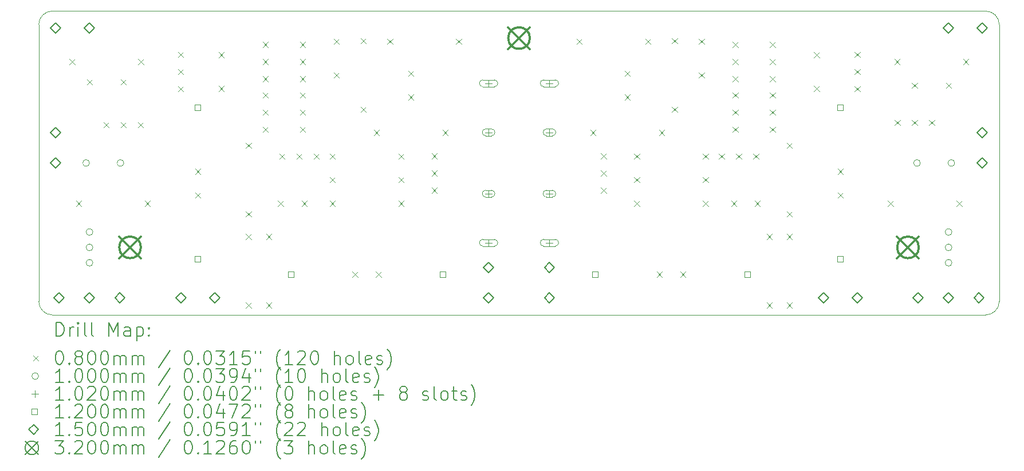
<source format=gbr>
%TF.GenerationSoftware,KiCad,Pcbnew,9.0.2-9.0.2-0~ubuntu22.04.1*%
%TF.CreationDate,2025-06-09T06:11:24+02:00*%
%TF.ProjectId,amp_board_Rev-A,616d705f-626f-4617-9264-5f5265762d41,rev?*%
%TF.SameCoordinates,Original*%
%TF.FileFunction,Drillmap*%
%TF.FilePolarity,Positive*%
%FSLAX45Y45*%
G04 Gerber Fmt 4.5, Leading zero omitted, Abs format (unit mm)*
G04 Created by KiCad (PCBNEW 9.0.2-9.0.2-0~ubuntu22.04.1) date 2025-06-09 06:11:24*
%MOMM*%
%LPD*%
G01*
G04 APERTURE LIST*
%ADD10C,0.050000*%
%ADD11C,0.200000*%
%ADD12C,0.100000*%
%ADD13C,0.102000*%
%ADD14C,0.120000*%
%ADD15C,0.150000*%
%ADD16C,0.320000*%
G04 APERTURE END LIST*
D10*
X22100000Y-10300000D02*
G75*
G02*
X21900000Y-10500000I-200000J0D01*
G01*
X8100000Y-6000000D02*
X15000000Y-6000000D01*
X21900000Y-6000000D02*
G75*
G02*
X22100000Y-6200000I0J-200000D01*
G01*
X21900000Y-10500000D02*
X15000000Y-10500000D01*
X22100000Y-6200000D02*
X22100000Y-10300000D01*
X7900000Y-6200000D02*
X7900000Y-10300000D01*
X15000000Y-6000000D02*
X21900000Y-6000000D01*
X15000000Y-10500000D02*
X8100000Y-10500000D01*
X7900000Y-6200000D02*
G75*
G02*
X8100000Y-6000000I200000J0D01*
G01*
X8100000Y-10500000D02*
G75*
G02*
X7900000Y-10300000I0J200000D01*
G01*
D11*
D12*
X8352000Y-6710000D02*
X8432000Y-6790000D01*
X8432000Y-6710000D02*
X8352000Y-6790000D01*
X8452000Y-8810000D02*
X8532000Y-8890000D01*
X8532000Y-8810000D02*
X8452000Y-8890000D01*
X8610000Y-7010000D02*
X8690000Y-7090000D01*
X8690000Y-7010000D02*
X8610000Y-7090000D01*
X8856000Y-7646000D02*
X8936000Y-7726000D01*
X8936000Y-7646000D02*
X8856000Y-7726000D01*
X9110000Y-7010000D02*
X9190000Y-7090000D01*
X9190000Y-7010000D02*
X9110000Y-7090000D01*
X9110000Y-7646000D02*
X9190000Y-7726000D01*
X9190000Y-7646000D02*
X9110000Y-7726000D01*
X9364000Y-7646000D02*
X9444000Y-7726000D01*
X9444000Y-7646000D02*
X9364000Y-7726000D01*
X9368000Y-6710000D02*
X9448000Y-6790000D01*
X9448000Y-6710000D02*
X9368000Y-6790000D01*
X9468000Y-8810000D02*
X9548000Y-8890000D01*
X9548000Y-8810000D02*
X9468000Y-8890000D01*
X9960000Y-6606000D02*
X10040000Y-6686000D01*
X10040000Y-6606000D02*
X9960000Y-6686000D01*
X9960000Y-6860000D02*
X10040000Y-6940000D01*
X10040000Y-6860000D02*
X9960000Y-6940000D01*
X9960000Y-7114000D02*
X10040000Y-7194000D01*
X10040000Y-7114000D02*
X9960000Y-7194000D01*
X10210000Y-8335000D02*
X10290000Y-8415000D01*
X10290000Y-8335000D02*
X10210000Y-8415000D01*
X10210000Y-8685000D02*
X10290000Y-8765000D01*
X10290000Y-8685000D02*
X10210000Y-8765000D01*
X10560000Y-6610000D02*
X10640000Y-6690000D01*
X10640000Y-6610000D02*
X10560000Y-6690000D01*
X10560000Y-7110000D02*
X10640000Y-7190000D01*
X10640000Y-7110000D02*
X10560000Y-7190000D01*
X10960000Y-7952000D02*
X11040000Y-8032000D01*
X11040000Y-7952000D02*
X10960000Y-8032000D01*
X10960000Y-8968000D02*
X11040000Y-9048000D01*
X11040000Y-8968000D02*
X10960000Y-9048000D01*
X10960000Y-9302000D02*
X11040000Y-9382000D01*
X11040000Y-9302000D02*
X10960000Y-9382000D01*
X10960000Y-10318000D02*
X11040000Y-10398000D01*
X11040000Y-10318000D02*
X10960000Y-10398000D01*
X11210000Y-6456000D02*
X11290000Y-6536000D01*
X11290000Y-6456000D02*
X11210000Y-6536000D01*
X11210000Y-6710000D02*
X11290000Y-6790000D01*
X11290000Y-6710000D02*
X11210000Y-6790000D01*
X11210000Y-6964000D02*
X11290000Y-7044000D01*
X11290000Y-6964000D02*
X11210000Y-7044000D01*
X11210000Y-7206000D02*
X11290000Y-7286000D01*
X11290000Y-7206000D02*
X11210000Y-7286000D01*
X11210000Y-7460000D02*
X11290000Y-7540000D01*
X11290000Y-7460000D02*
X11210000Y-7540000D01*
X11210000Y-7714000D02*
X11290000Y-7794000D01*
X11290000Y-7714000D02*
X11210000Y-7794000D01*
X11260000Y-9302000D02*
X11340000Y-9382000D01*
X11340000Y-9302000D02*
X11260000Y-9382000D01*
X11260000Y-10318000D02*
X11340000Y-10398000D01*
X11340000Y-10318000D02*
X11260000Y-10398000D01*
X11435000Y-8810000D02*
X11515000Y-8890000D01*
X11515000Y-8810000D02*
X11435000Y-8890000D01*
X11456000Y-8110000D02*
X11536000Y-8190000D01*
X11536000Y-8110000D02*
X11456000Y-8190000D01*
X11710000Y-8110000D02*
X11790000Y-8190000D01*
X11790000Y-8110000D02*
X11710000Y-8190000D01*
X11760000Y-6456000D02*
X11840000Y-6536000D01*
X11840000Y-6456000D02*
X11760000Y-6536000D01*
X11760000Y-6710000D02*
X11840000Y-6790000D01*
X11840000Y-6710000D02*
X11760000Y-6790000D01*
X11760000Y-6964000D02*
X11840000Y-7044000D01*
X11840000Y-6964000D02*
X11760000Y-7044000D01*
X11760000Y-7206000D02*
X11840000Y-7286000D01*
X11840000Y-7206000D02*
X11760000Y-7286000D01*
X11760000Y-7460000D02*
X11840000Y-7540000D01*
X11840000Y-7460000D02*
X11760000Y-7540000D01*
X11760000Y-7714000D02*
X11840000Y-7794000D01*
X11840000Y-7714000D02*
X11760000Y-7794000D01*
X11785000Y-8810000D02*
X11865000Y-8890000D01*
X11865000Y-8810000D02*
X11785000Y-8890000D01*
X11964000Y-8110000D02*
X12044000Y-8190000D01*
X12044000Y-8110000D02*
X11964000Y-8190000D01*
X12202000Y-8110000D02*
X12282000Y-8190000D01*
X12282000Y-8110000D02*
X12202000Y-8190000D01*
X12202000Y-8460000D02*
X12282000Y-8540000D01*
X12282000Y-8460000D02*
X12202000Y-8540000D01*
X12202000Y-8810000D02*
X12282000Y-8890000D01*
X12282000Y-8810000D02*
X12202000Y-8890000D01*
X12260000Y-6410000D02*
X12340000Y-6490000D01*
X12340000Y-6410000D02*
X12260000Y-6490000D01*
X12260000Y-6910000D02*
X12340000Y-6990000D01*
X12340000Y-6910000D02*
X12260000Y-6990000D01*
X12535000Y-9860000D02*
X12615000Y-9940000D01*
X12615000Y-9860000D02*
X12535000Y-9940000D01*
X12660000Y-6402000D02*
X12740000Y-6482000D01*
X12740000Y-6402000D02*
X12660000Y-6482000D01*
X12660000Y-7418000D02*
X12740000Y-7498000D01*
X12740000Y-7418000D02*
X12660000Y-7498000D01*
X12852000Y-7760000D02*
X12932000Y-7840000D01*
X12932000Y-7760000D02*
X12852000Y-7840000D01*
X12885000Y-9860000D02*
X12965000Y-9940000D01*
X12965000Y-9860000D02*
X12885000Y-9940000D01*
X13052000Y-6410000D02*
X13132000Y-6490000D01*
X13132000Y-6410000D02*
X13052000Y-6490000D01*
X13218000Y-8110000D02*
X13298000Y-8190000D01*
X13298000Y-8110000D02*
X13218000Y-8190000D01*
X13218000Y-8460000D02*
X13298000Y-8540000D01*
X13298000Y-8460000D02*
X13218000Y-8540000D01*
X13218000Y-8810000D02*
X13298000Y-8890000D01*
X13298000Y-8810000D02*
X13218000Y-8890000D01*
X13360000Y-6885000D02*
X13440000Y-6965000D01*
X13440000Y-6885000D02*
X13360000Y-6965000D01*
X13360000Y-7235000D02*
X13440000Y-7315000D01*
X13440000Y-7235000D02*
X13360000Y-7315000D01*
X13710000Y-8106000D02*
X13790000Y-8186000D01*
X13790000Y-8106000D02*
X13710000Y-8186000D01*
X13710000Y-8360000D02*
X13790000Y-8440000D01*
X13790000Y-8360000D02*
X13710000Y-8440000D01*
X13710000Y-8614000D02*
X13790000Y-8694000D01*
X13790000Y-8614000D02*
X13710000Y-8694000D01*
X13868000Y-7760000D02*
X13948000Y-7840000D01*
X13948000Y-7760000D02*
X13868000Y-7840000D01*
X14068000Y-6410000D02*
X14148000Y-6490000D01*
X14148000Y-6410000D02*
X14068000Y-6490000D01*
X15852000Y-6410000D02*
X15932000Y-6490000D01*
X15932000Y-6410000D02*
X15852000Y-6490000D01*
X16052000Y-7760000D02*
X16132000Y-7840000D01*
X16132000Y-7760000D02*
X16052000Y-7840000D01*
X16210000Y-8106000D02*
X16290000Y-8186000D01*
X16290000Y-8106000D02*
X16210000Y-8186000D01*
X16210000Y-8360000D02*
X16290000Y-8440000D01*
X16290000Y-8360000D02*
X16210000Y-8440000D01*
X16210000Y-8614000D02*
X16290000Y-8694000D01*
X16290000Y-8614000D02*
X16210000Y-8694000D01*
X16560000Y-6885000D02*
X16640000Y-6965000D01*
X16640000Y-6885000D02*
X16560000Y-6965000D01*
X16560000Y-7235000D02*
X16640000Y-7315000D01*
X16640000Y-7235000D02*
X16560000Y-7315000D01*
X16702000Y-8110000D02*
X16782000Y-8190000D01*
X16782000Y-8110000D02*
X16702000Y-8190000D01*
X16702000Y-8460000D02*
X16782000Y-8540000D01*
X16782000Y-8460000D02*
X16702000Y-8540000D01*
X16702000Y-8810000D02*
X16782000Y-8890000D01*
X16782000Y-8810000D02*
X16702000Y-8890000D01*
X16868000Y-6410000D02*
X16948000Y-6490000D01*
X16948000Y-6410000D02*
X16868000Y-6490000D01*
X17035000Y-9860000D02*
X17115000Y-9940000D01*
X17115000Y-9860000D02*
X17035000Y-9940000D01*
X17068000Y-7760000D02*
X17148000Y-7840000D01*
X17148000Y-7760000D02*
X17068000Y-7840000D01*
X17260000Y-6402000D02*
X17340000Y-6482000D01*
X17340000Y-6402000D02*
X17260000Y-6482000D01*
X17260000Y-7418000D02*
X17340000Y-7498000D01*
X17340000Y-7418000D02*
X17260000Y-7498000D01*
X17385000Y-9860000D02*
X17465000Y-9940000D01*
X17465000Y-9860000D02*
X17385000Y-9940000D01*
X17660000Y-6410000D02*
X17740000Y-6490000D01*
X17740000Y-6410000D02*
X17660000Y-6490000D01*
X17660000Y-6910000D02*
X17740000Y-6990000D01*
X17740000Y-6910000D02*
X17660000Y-6990000D01*
X17718000Y-8110000D02*
X17798000Y-8190000D01*
X17798000Y-8110000D02*
X17718000Y-8190000D01*
X17718000Y-8460000D02*
X17798000Y-8540000D01*
X17798000Y-8460000D02*
X17718000Y-8540000D01*
X17718000Y-8810000D02*
X17798000Y-8890000D01*
X17798000Y-8810000D02*
X17718000Y-8890000D01*
X17956000Y-8110000D02*
X18036000Y-8190000D01*
X18036000Y-8110000D02*
X17956000Y-8190000D01*
X18135000Y-8810000D02*
X18215000Y-8890000D01*
X18215000Y-8810000D02*
X18135000Y-8890000D01*
X18160000Y-6456000D02*
X18240000Y-6536000D01*
X18240000Y-6456000D02*
X18160000Y-6536000D01*
X18160000Y-6710000D02*
X18240000Y-6790000D01*
X18240000Y-6710000D02*
X18160000Y-6790000D01*
X18160000Y-6964000D02*
X18240000Y-7044000D01*
X18240000Y-6964000D02*
X18160000Y-7044000D01*
X18160000Y-7206000D02*
X18240000Y-7286000D01*
X18240000Y-7206000D02*
X18160000Y-7286000D01*
X18160000Y-7460000D02*
X18240000Y-7540000D01*
X18240000Y-7460000D02*
X18160000Y-7540000D01*
X18160000Y-7714000D02*
X18240000Y-7794000D01*
X18240000Y-7714000D02*
X18160000Y-7794000D01*
X18210000Y-8110000D02*
X18290000Y-8190000D01*
X18290000Y-8110000D02*
X18210000Y-8190000D01*
X18464000Y-8110000D02*
X18544000Y-8190000D01*
X18544000Y-8110000D02*
X18464000Y-8190000D01*
X18485000Y-8810000D02*
X18565000Y-8890000D01*
X18565000Y-8810000D02*
X18485000Y-8890000D01*
X18660000Y-9302000D02*
X18740000Y-9382000D01*
X18740000Y-9302000D02*
X18660000Y-9382000D01*
X18660000Y-10318000D02*
X18740000Y-10398000D01*
X18740000Y-10318000D02*
X18660000Y-10398000D01*
X18710000Y-6456000D02*
X18790000Y-6536000D01*
X18790000Y-6456000D02*
X18710000Y-6536000D01*
X18710000Y-6710000D02*
X18790000Y-6790000D01*
X18790000Y-6710000D02*
X18710000Y-6790000D01*
X18710000Y-6964000D02*
X18790000Y-7044000D01*
X18790000Y-6964000D02*
X18710000Y-7044000D01*
X18710000Y-7206000D02*
X18790000Y-7286000D01*
X18790000Y-7206000D02*
X18710000Y-7286000D01*
X18710000Y-7460000D02*
X18790000Y-7540000D01*
X18790000Y-7460000D02*
X18710000Y-7540000D01*
X18710000Y-7714000D02*
X18790000Y-7794000D01*
X18790000Y-7714000D02*
X18710000Y-7794000D01*
X18960000Y-7952000D02*
X19040000Y-8032000D01*
X19040000Y-7952000D02*
X18960000Y-8032000D01*
X18960000Y-8968000D02*
X19040000Y-9048000D01*
X19040000Y-8968000D02*
X18960000Y-9048000D01*
X18960000Y-9302000D02*
X19040000Y-9382000D01*
X19040000Y-9302000D02*
X18960000Y-9382000D01*
X18960000Y-10318000D02*
X19040000Y-10398000D01*
X19040000Y-10318000D02*
X18960000Y-10398000D01*
X19360000Y-6610000D02*
X19440000Y-6690000D01*
X19440000Y-6610000D02*
X19360000Y-6690000D01*
X19360000Y-7110000D02*
X19440000Y-7190000D01*
X19440000Y-7110000D02*
X19360000Y-7190000D01*
X19710000Y-8335000D02*
X19790000Y-8415000D01*
X19790000Y-8335000D02*
X19710000Y-8415000D01*
X19710000Y-8685000D02*
X19790000Y-8765000D01*
X19790000Y-8685000D02*
X19710000Y-8765000D01*
X19960000Y-6606000D02*
X20040000Y-6686000D01*
X20040000Y-6606000D02*
X19960000Y-6686000D01*
X19960000Y-6860000D02*
X20040000Y-6940000D01*
X20040000Y-6860000D02*
X19960000Y-6940000D01*
X19960000Y-7114000D02*
X20040000Y-7194000D01*
X20040000Y-7114000D02*
X19960000Y-7194000D01*
X20452000Y-8810000D02*
X20532000Y-8890000D01*
X20532000Y-8810000D02*
X20452000Y-8890000D01*
X20552000Y-6710000D02*
X20632000Y-6790000D01*
X20632000Y-6710000D02*
X20552000Y-6790000D01*
X20556000Y-7610000D02*
X20636000Y-7690000D01*
X20636000Y-7610000D02*
X20556000Y-7690000D01*
X20810000Y-7060000D02*
X20890000Y-7140000D01*
X20890000Y-7060000D02*
X20810000Y-7140000D01*
X20810000Y-7610000D02*
X20890000Y-7690000D01*
X20890000Y-7610000D02*
X20810000Y-7690000D01*
X21064000Y-7610000D02*
X21144000Y-7690000D01*
X21144000Y-7610000D02*
X21064000Y-7690000D01*
X21310000Y-7060000D02*
X21390000Y-7140000D01*
X21390000Y-7060000D02*
X21310000Y-7140000D01*
X21468000Y-8810000D02*
X21548000Y-8890000D01*
X21548000Y-8810000D02*
X21468000Y-8890000D01*
X21568000Y-6710000D02*
X21648000Y-6790000D01*
X21648000Y-6710000D02*
X21568000Y-6790000D01*
X8650000Y-8250000D02*
G75*
G02*
X8550000Y-8250000I-50000J0D01*
G01*
X8550000Y-8250000D02*
G75*
G02*
X8650000Y-8250000I50000J0D01*
G01*
X8700000Y-9272000D02*
G75*
G02*
X8600000Y-9272000I-50000J0D01*
G01*
X8600000Y-9272000D02*
G75*
G02*
X8700000Y-9272000I50000J0D01*
G01*
X8700000Y-9500000D02*
G75*
G02*
X8600000Y-9500000I-50000J0D01*
G01*
X8600000Y-9500000D02*
G75*
G02*
X8700000Y-9500000I50000J0D01*
G01*
X8700000Y-9728000D02*
G75*
G02*
X8600000Y-9728000I-50000J0D01*
G01*
X8600000Y-9728000D02*
G75*
G02*
X8700000Y-9728000I50000J0D01*
G01*
X9158000Y-8250000D02*
G75*
G02*
X9058000Y-8250000I-50000J0D01*
G01*
X9058000Y-8250000D02*
G75*
G02*
X9158000Y-8250000I50000J0D01*
G01*
X20933500Y-8250000D02*
G75*
G02*
X20833500Y-8250000I-50000J0D01*
G01*
X20833500Y-8250000D02*
G75*
G02*
X20933500Y-8250000I50000J0D01*
G01*
X21400000Y-9272000D02*
G75*
G02*
X21300000Y-9272000I-50000J0D01*
G01*
X21300000Y-9272000D02*
G75*
G02*
X21400000Y-9272000I50000J0D01*
G01*
X21400000Y-9500000D02*
G75*
G02*
X21300000Y-9500000I-50000J0D01*
G01*
X21300000Y-9500000D02*
G75*
G02*
X21400000Y-9500000I50000J0D01*
G01*
X21400000Y-9728000D02*
G75*
G02*
X21300000Y-9728000I-50000J0D01*
G01*
X21300000Y-9728000D02*
G75*
G02*
X21400000Y-9728000I50000J0D01*
G01*
X21441500Y-8250000D02*
G75*
G02*
X21341500Y-8250000I-50000J0D01*
G01*
X21341500Y-8250000D02*
G75*
G02*
X21441500Y-8250000I50000J0D01*
G01*
D13*
X14550000Y-7018000D02*
X14550000Y-7120000D01*
X14499000Y-7069000D02*
X14601000Y-7069000D01*
D12*
X14465500Y-7120000D02*
X14634500Y-7120000D01*
X14634500Y-7018000D02*
G75*
G02*
X14634500Y-7120000I0J-51000D01*
G01*
X14634500Y-7018000D02*
X14465500Y-7018000D01*
X14465500Y-7018000D02*
G75*
G03*
X14465500Y-7120000I0J-51000D01*
G01*
D13*
X14550000Y-7745000D02*
X14550000Y-7847000D01*
X14499000Y-7796000D02*
X14601000Y-7796000D01*
D12*
X14507500Y-7847000D02*
X14592500Y-7847000D01*
X14592500Y-7745000D02*
G75*
G02*
X14592500Y-7847000I0J-51000D01*
G01*
X14592500Y-7745000D02*
X14507500Y-7745000D01*
X14507500Y-7745000D02*
G75*
G03*
X14507500Y-7847000I0J-51000D01*
G01*
D13*
X14550000Y-8653000D02*
X14550000Y-8755000D01*
X14499000Y-8704000D02*
X14601000Y-8704000D01*
D12*
X14507500Y-8755000D02*
X14592500Y-8755000D01*
X14592500Y-8653000D02*
G75*
G02*
X14592500Y-8755000I0J-51000D01*
G01*
X14592500Y-8653000D02*
X14507500Y-8653000D01*
X14507500Y-8653000D02*
G75*
G03*
X14507500Y-8755000I0J-51000D01*
G01*
D13*
X14550000Y-9380000D02*
X14550000Y-9482000D01*
X14499000Y-9431000D02*
X14601000Y-9431000D01*
D12*
X14465500Y-9482000D02*
X14634500Y-9482000D01*
X14634500Y-9380000D02*
G75*
G02*
X14634500Y-9482000I0J-51000D01*
G01*
X14634500Y-9380000D02*
X14465500Y-9380000D01*
X14465500Y-9380000D02*
G75*
G03*
X14465500Y-9482000I0J-51000D01*
G01*
D13*
X15450000Y-7018000D02*
X15450000Y-7120000D01*
X15399000Y-7069000D02*
X15501000Y-7069000D01*
D12*
X15365500Y-7120000D02*
X15534500Y-7120000D01*
X15534500Y-7018000D02*
G75*
G02*
X15534500Y-7120000I0J-51000D01*
G01*
X15534500Y-7018000D02*
X15365500Y-7018000D01*
X15365500Y-7018000D02*
G75*
G03*
X15365500Y-7120000I0J-51000D01*
G01*
D13*
X15450000Y-7745000D02*
X15450000Y-7847000D01*
X15399000Y-7796000D02*
X15501000Y-7796000D01*
D12*
X15407500Y-7847000D02*
X15492500Y-7847000D01*
X15492500Y-7745000D02*
G75*
G02*
X15492500Y-7847000I0J-51000D01*
G01*
X15492500Y-7745000D02*
X15407500Y-7745000D01*
X15407500Y-7745000D02*
G75*
G03*
X15407500Y-7847000I0J-51000D01*
G01*
D13*
X15450000Y-8653000D02*
X15450000Y-8755000D01*
X15399000Y-8704000D02*
X15501000Y-8704000D01*
D12*
X15407500Y-8755000D02*
X15492500Y-8755000D01*
X15492500Y-8653000D02*
G75*
G02*
X15492500Y-8755000I0J-51000D01*
G01*
X15492500Y-8653000D02*
X15407500Y-8653000D01*
X15407500Y-8653000D02*
G75*
G03*
X15407500Y-8755000I0J-51000D01*
G01*
D13*
X15450000Y-9380000D02*
X15450000Y-9482000D01*
X15399000Y-9431000D02*
X15501000Y-9431000D01*
D12*
X15365500Y-9482000D02*
X15534500Y-9482000D01*
X15534500Y-9380000D02*
G75*
G02*
X15534500Y-9482000I0J-51000D01*
G01*
X15534500Y-9380000D02*
X15365500Y-9380000D01*
X15365500Y-9380000D02*
G75*
G03*
X15365500Y-9482000I0J-51000D01*
G01*
D14*
X10292427Y-7467427D02*
X10292427Y-7382573D01*
X10207573Y-7382573D01*
X10207573Y-7467427D01*
X10292427Y-7467427D01*
X10292427Y-9717427D02*
X10292427Y-9632573D01*
X10207573Y-9632573D01*
X10207573Y-9717427D01*
X10292427Y-9717427D01*
X11667427Y-9942427D02*
X11667427Y-9857573D01*
X11582573Y-9857573D01*
X11582573Y-9942427D01*
X11667427Y-9942427D01*
X13917427Y-9942427D02*
X13917427Y-9857573D01*
X13832573Y-9857573D01*
X13832573Y-9942427D01*
X13917427Y-9942427D01*
X16167427Y-9942427D02*
X16167427Y-9857573D01*
X16082573Y-9857573D01*
X16082573Y-9942427D01*
X16167427Y-9942427D01*
X18417427Y-9942427D02*
X18417427Y-9857573D01*
X18332573Y-9857573D01*
X18332573Y-9942427D01*
X18417427Y-9942427D01*
X19792427Y-7467427D02*
X19792427Y-7382573D01*
X19707573Y-7382573D01*
X19707573Y-7467427D01*
X19792427Y-7467427D01*
X19792427Y-9717427D02*
X19792427Y-9632573D01*
X19707573Y-9632573D01*
X19707573Y-9717427D01*
X19792427Y-9717427D01*
D15*
X8150000Y-6325000D02*
X8225000Y-6250000D01*
X8150000Y-6175000D01*
X8075000Y-6250000D01*
X8150000Y-6325000D01*
X8150000Y-7875000D02*
X8225000Y-7800000D01*
X8150000Y-7725000D01*
X8075000Y-7800000D01*
X8150000Y-7875000D01*
X8150000Y-8325000D02*
X8225000Y-8250000D01*
X8150000Y-8175000D01*
X8075000Y-8250000D01*
X8150000Y-8325000D01*
X8200000Y-10325000D02*
X8275000Y-10250000D01*
X8200000Y-10175000D01*
X8125000Y-10250000D01*
X8200000Y-10325000D01*
X8650000Y-6325000D02*
X8725000Y-6250000D01*
X8650000Y-6175000D01*
X8575000Y-6250000D01*
X8650000Y-6325000D01*
X8650000Y-10325000D02*
X8725000Y-10250000D01*
X8650000Y-10175000D01*
X8575000Y-10250000D01*
X8650000Y-10325000D01*
X9100000Y-10325000D02*
X9175000Y-10250000D01*
X9100000Y-10175000D01*
X9025000Y-10250000D01*
X9100000Y-10325000D01*
X10000000Y-10325000D02*
X10075000Y-10250000D01*
X10000000Y-10175000D01*
X9925000Y-10250000D01*
X10000000Y-10325000D01*
X10500000Y-10325000D02*
X10575000Y-10250000D01*
X10500000Y-10175000D01*
X10425000Y-10250000D01*
X10500000Y-10325000D01*
X14550000Y-9875000D02*
X14625000Y-9800000D01*
X14550000Y-9725000D01*
X14475000Y-9800000D01*
X14550000Y-9875000D01*
X14550000Y-10325000D02*
X14625000Y-10250000D01*
X14550000Y-10175000D01*
X14475000Y-10250000D01*
X14550000Y-10325000D01*
X15450000Y-9875000D02*
X15525000Y-9800000D01*
X15450000Y-9725000D01*
X15375000Y-9800000D01*
X15450000Y-9875000D01*
X15450000Y-10325000D02*
X15525000Y-10250000D01*
X15450000Y-10175000D01*
X15375000Y-10250000D01*
X15450000Y-10325000D01*
X19500000Y-10325000D02*
X19575000Y-10250000D01*
X19500000Y-10175000D01*
X19425000Y-10250000D01*
X19500000Y-10325000D01*
X20000000Y-10325000D02*
X20075000Y-10250000D01*
X20000000Y-10175000D01*
X19925000Y-10250000D01*
X20000000Y-10325000D01*
X20900000Y-10325000D02*
X20975000Y-10250000D01*
X20900000Y-10175000D01*
X20825000Y-10250000D01*
X20900000Y-10325000D01*
X21350000Y-6325000D02*
X21425000Y-6250000D01*
X21350000Y-6175000D01*
X21275000Y-6250000D01*
X21350000Y-6325000D01*
X21350000Y-10325000D02*
X21425000Y-10250000D01*
X21350000Y-10175000D01*
X21275000Y-10250000D01*
X21350000Y-10325000D01*
X21800000Y-10325000D02*
X21875000Y-10250000D01*
X21800000Y-10175000D01*
X21725000Y-10250000D01*
X21800000Y-10325000D01*
X21850000Y-6325000D02*
X21925000Y-6250000D01*
X21850000Y-6175000D01*
X21775000Y-6250000D01*
X21850000Y-6325000D01*
X21850000Y-7875000D02*
X21925000Y-7800000D01*
X21850000Y-7725000D01*
X21775000Y-7800000D01*
X21850000Y-7875000D01*
X21850000Y-8325000D02*
X21925000Y-8250000D01*
X21850000Y-8175000D01*
X21775000Y-8250000D01*
X21850000Y-8325000D01*
D16*
X9090000Y-9340000D02*
X9410000Y-9660000D01*
X9410000Y-9340000D02*
X9090000Y-9660000D01*
X9410000Y-9500000D02*
G75*
G02*
X9090000Y-9500000I-160000J0D01*
G01*
X9090000Y-9500000D02*
G75*
G02*
X9410000Y-9500000I160000J0D01*
G01*
X14840000Y-6240000D02*
X15160000Y-6560000D01*
X15160000Y-6240000D02*
X14840000Y-6560000D01*
X15160000Y-6400000D02*
G75*
G02*
X14840000Y-6400000I-160000J0D01*
G01*
X14840000Y-6400000D02*
G75*
G02*
X15160000Y-6400000I160000J0D01*
G01*
X20590000Y-9340000D02*
X20910000Y-9660000D01*
X20910000Y-9340000D02*
X20590000Y-9660000D01*
X20910000Y-9500000D02*
G75*
G02*
X20590000Y-9500000I-160000J0D01*
G01*
X20590000Y-9500000D02*
G75*
G02*
X20910000Y-9500000I160000J0D01*
G01*
D11*
X8158277Y-10813984D02*
X8158277Y-10613984D01*
X8158277Y-10613984D02*
X8205896Y-10613984D01*
X8205896Y-10613984D02*
X8234467Y-10623508D01*
X8234467Y-10623508D02*
X8253515Y-10642555D01*
X8253515Y-10642555D02*
X8263039Y-10661603D01*
X8263039Y-10661603D02*
X8272562Y-10699698D01*
X8272562Y-10699698D02*
X8272562Y-10728270D01*
X8272562Y-10728270D02*
X8263039Y-10766365D01*
X8263039Y-10766365D02*
X8253515Y-10785412D01*
X8253515Y-10785412D02*
X8234467Y-10804460D01*
X8234467Y-10804460D02*
X8205896Y-10813984D01*
X8205896Y-10813984D02*
X8158277Y-10813984D01*
X8358277Y-10813984D02*
X8358277Y-10680650D01*
X8358277Y-10718746D02*
X8367801Y-10699698D01*
X8367801Y-10699698D02*
X8377324Y-10690174D01*
X8377324Y-10690174D02*
X8396372Y-10680650D01*
X8396372Y-10680650D02*
X8415420Y-10680650D01*
X8482086Y-10813984D02*
X8482086Y-10680650D01*
X8482086Y-10613984D02*
X8472563Y-10623508D01*
X8472563Y-10623508D02*
X8482086Y-10633031D01*
X8482086Y-10633031D02*
X8491610Y-10623508D01*
X8491610Y-10623508D02*
X8482086Y-10613984D01*
X8482086Y-10613984D02*
X8482086Y-10633031D01*
X8605896Y-10813984D02*
X8586848Y-10804460D01*
X8586848Y-10804460D02*
X8577324Y-10785412D01*
X8577324Y-10785412D02*
X8577324Y-10613984D01*
X8710658Y-10813984D02*
X8691610Y-10804460D01*
X8691610Y-10804460D02*
X8682086Y-10785412D01*
X8682086Y-10785412D02*
X8682086Y-10613984D01*
X8939229Y-10813984D02*
X8939229Y-10613984D01*
X8939229Y-10613984D02*
X9005896Y-10756841D01*
X9005896Y-10756841D02*
X9072563Y-10613984D01*
X9072563Y-10613984D02*
X9072563Y-10813984D01*
X9253515Y-10813984D02*
X9253515Y-10709222D01*
X9253515Y-10709222D02*
X9243991Y-10690174D01*
X9243991Y-10690174D02*
X9224944Y-10680650D01*
X9224944Y-10680650D02*
X9186848Y-10680650D01*
X9186848Y-10680650D02*
X9167801Y-10690174D01*
X9253515Y-10804460D02*
X9234467Y-10813984D01*
X9234467Y-10813984D02*
X9186848Y-10813984D01*
X9186848Y-10813984D02*
X9167801Y-10804460D01*
X9167801Y-10804460D02*
X9158277Y-10785412D01*
X9158277Y-10785412D02*
X9158277Y-10766365D01*
X9158277Y-10766365D02*
X9167801Y-10747317D01*
X9167801Y-10747317D02*
X9186848Y-10737793D01*
X9186848Y-10737793D02*
X9234467Y-10737793D01*
X9234467Y-10737793D02*
X9253515Y-10728270D01*
X9348753Y-10680650D02*
X9348753Y-10880650D01*
X9348753Y-10690174D02*
X9367801Y-10680650D01*
X9367801Y-10680650D02*
X9405896Y-10680650D01*
X9405896Y-10680650D02*
X9424944Y-10690174D01*
X9424944Y-10690174D02*
X9434467Y-10699698D01*
X9434467Y-10699698D02*
X9443991Y-10718746D01*
X9443991Y-10718746D02*
X9443991Y-10775889D01*
X9443991Y-10775889D02*
X9434467Y-10794936D01*
X9434467Y-10794936D02*
X9424944Y-10804460D01*
X9424944Y-10804460D02*
X9405896Y-10813984D01*
X9405896Y-10813984D02*
X9367801Y-10813984D01*
X9367801Y-10813984D02*
X9348753Y-10804460D01*
X9529705Y-10794936D02*
X9539229Y-10804460D01*
X9539229Y-10804460D02*
X9529705Y-10813984D01*
X9529705Y-10813984D02*
X9520182Y-10804460D01*
X9520182Y-10804460D02*
X9529705Y-10794936D01*
X9529705Y-10794936D02*
X9529705Y-10813984D01*
X9529705Y-10690174D02*
X9539229Y-10699698D01*
X9539229Y-10699698D02*
X9529705Y-10709222D01*
X9529705Y-10709222D02*
X9520182Y-10699698D01*
X9520182Y-10699698D02*
X9529705Y-10690174D01*
X9529705Y-10690174D02*
X9529705Y-10709222D01*
D12*
X7817500Y-11102500D02*
X7897500Y-11182500D01*
X7897500Y-11102500D02*
X7817500Y-11182500D01*
D11*
X8196372Y-11033984D02*
X8215420Y-11033984D01*
X8215420Y-11033984D02*
X8234467Y-11043508D01*
X8234467Y-11043508D02*
X8243991Y-11053031D01*
X8243991Y-11053031D02*
X8253515Y-11072079D01*
X8253515Y-11072079D02*
X8263039Y-11110174D01*
X8263039Y-11110174D02*
X8263039Y-11157793D01*
X8263039Y-11157793D02*
X8253515Y-11195888D01*
X8253515Y-11195888D02*
X8243991Y-11214936D01*
X8243991Y-11214936D02*
X8234467Y-11224460D01*
X8234467Y-11224460D02*
X8215420Y-11233984D01*
X8215420Y-11233984D02*
X8196372Y-11233984D01*
X8196372Y-11233984D02*
X8177324Y-11224460D01*
X8177324Y-11224460D02*
X8167801Y-11214936D01*
X8167801Y-11214936D02*
X8158277Y-11195888D01*
X8158277Y-11195888D02*
X8148753Y-11157793D01*
X8148753Y-11157793D02*
X8148753Y-11110174D01*
X8148753Y-11110174D02*
X8158277Y-11072079D01*
X8158277Y-11072079D02*
X8167801Y-11053031D01*
X8167801Y-11053031D02*
X8177324Y-11043508D01*
X8177324Y-11043508D02*
X8196372Y-11033984D01*
X8348753Y-11214936D02*
X8358277Y-11224460D01*
X8358277Y-11224460D02*
X8348753Y-11233984D01*
X8348753Y-11233984D02*
X8339229Y-11224460D01*
X8339229Y-11224460D02*
X8348753Y-11214936D01*
X8348753Y-11214936D02*
X8348753Y-11233984D01*
X8472563Y-11119698D02*
X8453515Y-11110174D01*
X8453515Y-11110174D02*
X8443991Y-11100650D01*
X8443991Y-11100650D02*
X8434467Y-11081603D01*
X8434467Y-11081603D02*
X8434467Y-11072079D01*
X8434467Y-11072079D02*
X8443991Y-11053031D01*
X8443991Y-11053031D02*
X8453515Y-11043508D01*
X8453515Y-11043508D02*
X8472563Y-11033984D01*
X8472563Y-11033984D02*
X8510658Y-11033984D01*
X8510658Y-11033984D02*
X8529705Y-11043508D01*
X8529705Y-11043508D02*
X8539229Y-11053031D01*
X8539229Y-11053031D02*
X8548753Y-11072079D01*
X8548753Y-11072079D02*
X8548753Y-11081603D01*
X8548753Y-11081603D02*
X8539229Y-11100650D01*
X8539229Y-11100650D02*
X8529705Y-11110174D01*
X8529705Y-11110174D02*
X8510658Y-11119698D01*
X8510658Y-11119698D02*
X8472563Y-11119698D01*
X8472563Y-11119698D02*
X8453515Y-11129222D01*
X8453515Y-11129222D02*
X8443991Y-11138746D01*
X8443991Y-11138746D02*
X8434467Y-11157793D01*
X8434467Y-11157793D02*
X8434467Y-11195888D01*
X8434467Y-11195888D02*
X8443991Y-11214936D01*
X8443991Y-11214936D02*
X8453515Y-11224460D01*
X8453515Y-11224460D02*
X8472563Y-11233984D01*
X8472563Y-11233984D02*
X8510658Y-11233984D01*
X8510658Y-11233984D02*
X8529705Y-11224460D01*
X8529705Y-11224460D02*
X8539229Y-11214936D01*
X8539229Y-11214936D02*
X8548753Y-11195888D01*
X8548753Y-11195888D02*
X8548753Y-11157793D01*
X8548753Y-11157793D02*
X8539229Y-11138746D01*
X8539229Y-11138746D02*
X8529705Y-11129222D01*
X8529705Y-11129222D02*
X8510658Y-11119698D01*
X8672563Y-11033984D02*
X8691610Y-11033984D01*
X8691610Y-11033984D02*
X8710658Y-11043508D01*
X8710658Y-11043508D02*
X8720182Y-11053031D01*
X8720182Y-11053031D02*
X8729705Y-11072079D01*
X8729705Y-11072079D02*
X8739229Y-11110174D01*
X8739229Y-11110174D02*
X8739229Y-11157793D01*
X8739229Y-11157793D02*
X8729705Y-11195888D01*
X8729705Y-11195888D02*
X8720182Y-11214936D01*
X8720182Y-11214936D02*
X8710658Y-11224460D01*
X8710658Y-11224460D02*
X8691610Y-11233984D01*
X8691610Y-11233984D02*
X8672563Y-11233984D01*
X8672563Y-11233984D02*
X8653515Y-11224460D01*
X8653515Y-11224460D02*
X8643991Y-11214936D01*
X8643991Y-11214936D02*
X8634467Y-11195888D01*
X8634467Y-11195888D02*
X8624944Y-11157793D01*
X8624944Y-11157793D02*
X8624944Y-11110174D01*
X8624944Y-11110174D02*
X8634467Y-11072079D01*
X8634467Y-11072079D02*
X8643991Y-11053031D01*
X8643991Y-11053031D02*
X8653515Y-11043508D01*
X8653515Y-11043508D02*
X8672563Y-11033984D01*
X8863039Y-11033984D02*
X8882086Y-11033984D01*
X8882086Y-11033984D02*
X8901134Y-11043508D01*
X8901134Y-11043508D02*
X8910658Y-11053031D01*
X8910658Y-11053031D02*
X8920182Y-11072079D01*
X8920182Y-11072079D02*
X8929705Y-11110174D01*
X8929705Y-11110174D02*
X8929705Y-11157793D01*
X8929705Y-11157793D02*
X8920182Y-11195888D01*
X8920182Y-11195888D02*
X8910658Y-11214936D01*
X8910658Y-11214936D02*
X8901134Y-11224460D01*
X8901134Y-11224460D02*
X8882086Y-11233984D01*
X8882086Y-11233984D02*
X8863039Y-11233984D01*
X8863039Y-11233984D02*
X8843991Y-11224460D01*
X8843991Y-11224460D02*
X8834467Y-11214936D01*
X8834467Y-11214936D02*
X8824944Y-11195888D01*
X8824944Y-11195888D02*
X8815420Y-11157793D01*
X8815420Y-11157793D02*
X8815420Y-11110174D01*
X8815420Y-11110174D02*
X8824944Y-11072079D01*
X8824944Y-11072079D02*
X8834467Y-11053031D01*
X8834467Y-11053031D02*
X8843991Y-11043508D01*
X8843991Y-11043508D02*
X8863039Y-11033984D01*
X9015420Y-11233984D02*
X9015420Y-11100650D01*
X9015420Y-11119698D02*
X9024944Y-11110174D01*
X9024944Y-11110174D02*
X9043991Y-11100650D01*
X9043991Y-11100650D02*
X9072563Y-11100650D01*
X9072563Y-11100650D02*
X9091610Y-11110174D01*
X9091610Y-11110174D02*
X9101134Y-11129222D01*
X9101134Y-11129222D02*
X9101134Y-11233984D01*
X9101134Y-11129222D02*
X9110658Y-11110174D01*
X9110658Y-11110174D02*
X9129705Y-11100650D01*
X9129705Y-11100650D02*
X9158277Y-11100650D01*
X9158277Y-11100650D02*
X9177325Y-11110174D01*
X9177325Y-11110174D02*
X9186848Y-11129222D01*
X9186848Y-11129222D02*
X9186848Y-11233984D01*
X9282086Y-11233984D02*
X9282086Y-11100650D01*
X9282086Y-11119698D02*
X9291610Y-11110174D01*
X9291610Y-11110174D02*
X9310658Y-11100650D01*
X9310658Y-11100650D02*
X9339229Y-11100650D01*
X9339229Y-11100650D02*
X9358277Y-11110174D01*
X9358277Y-11110174D02*
X9367801Y-11129222D01*
X9367801Y-11129222D02*
X9367801Y-11233984D01*
X9367801Y-11129222D02*
X9377325Y-11110174D01*
X9377325Y-11110174D02*
X9396372Y-11100650D01*
X9396372Y-11100650D02*
X9424944Y-11100650D01*
X9424944Y-11100650D02*
X9443991Y-11110174D01*
X9443991Y-11110174D02*
X9453515Y-11129222D01*
X9453515Y-11129222D02*
X9453515Y-11233984D01*
X9843991Y-11024460D02*
X9672563Y-11281603D01*
X10101134Y-11033984D02*
X10120182Y-11033984D01*
X10120182Y-11033984D02*
X10139229Y-11043508D01*
X10139229Y-11043508D02*
X10148753Y-11053031D01*
X10148753Y-11053031D02*
X10158277Y-11072079D01*
X10158277Y-11072079D02*
X10167801Y-11110174D01*
X10167801Y-11110174D02*
X10167801Y-11157793D01*
X10167801Y-11157793D02*
X10158277Y-11195888D01*
X10158277Y-11195888D02*
X10148753Y-11214936D01*
X10148753Y-11214936D02*
X10139229Y-11224460D01*
X10139229Y-11224460D02*
X10120182Y-11233984D01*
X10120182Y-11233984D02*
X10101134Y-11233984D01*
X10101134Y-11233984D02*
X10082087Y-11224460D01*
X10082087Y-11224460D02*
X10072563Y-11214936D01*
X10072563Y-11214936D02*
X10063039Y-11195888D01*
X10063039Y-11195888D02*
X10053515Y-11157793D01*
X10053515Y-11157793D02*
X10053515Y-11110174D01*
X10053515Y-11110174D02*
X10063039Y-11072079D01*
X10063039Y-11072079D02*
X10072563Y-11053031D01*
X10072563Y-11053031D02*
X10082087Y-11043508D01*
X10082087Y-11043508D02*
X10101134Y-11033984D01*
X10253515Y-11214936D02*
X10263039Y-11224460D01*
X10263039Y-11224460D02*
X10253515Y-11233984D01*
X10253515Y-11233984D02*
X10243991Y-11224460D01*
X10243991Y-11224460D02*
X10253515Y-11214936D01*
X10253515Y-11214936D02*
X10253515Y-11233984D01*
X10386848Y-11033984D02*
X10405896Y-11033984D01*
X10405896Y-11033984D02*
X10424944Y-11043508D01*
X10424944Y-11043508D02*
X10434468Y-11053031D01*
X10434468Y-11053031D02*
X10443991Y-11072079D01*
X10443991Y-11072079D02*
X10453515Y-11110174D01*
X10453515Y-11110174D02*
X10453515Y-11157793D01*
X10453515Y-11157793D02*
X10443991Y-11195888D01*
X10443991Y-11195888D02*
X10434468Y-11214936D01*
X10434468Y-11214936D02*
X10424944Y-11224460D01*
X10424944Y-11224460D02*
X10405896Y-11233984D01*
X10405896Y-11233984D02*
X10386848Y-11233984D01*
X10386848Y-11233984D02*
X10367801Y-11224460D01*
X10367801Y-11224460D02*
X10358277Y-11214936D01*
X10358277Y-11214936D02*
X10348753Y-11195888D01*
X10348753Y-11195888D02*
X10339229Y-11157793D01*
X10339229Y-11157793D02*
X10339229Y-11110174D01*
X10339229Y-11110174D02*
X10348753Y-11072079D01*
X10348753Y-11072079D02*
X10358277Y-11053031D01*
X10358277Y-11053031D02*
X10367801Y-11043508D01*
X10367801Y-11043508D02*
X10386848Y-11033984D01*
X10520182Y-11033984D02*
X10643991Y-11033984D01*
X10643991Y-11033984D02*
X10577325Y-11110174D01*
X10577325Y-11110174D02*
X10605896Y-11110174D01*
X10605896Y-11110174D02*
X10624944Y-11119698D01*
X10624944Y-11119698D02*
X10634468Y-11129222D01*
X10634468Y-11129222D02*
X10643991Y-11148270D01*
X10643991Y-11148270D02*
X10643991Y-11195888D01*
X10643991Y-11195888D02*
X10634468Y-11214936D01*
X10634468Y-11214936D02*
X10624944Y-11224460D01*
X10624944Y-11224460D02*
X10605896Y-11233984D01*
X10605896Y-11233984D02*
X10548753Y-11233984D01*
X10548753Y-11233984D02*
X10529706Y-11224460D01*
X10529706Y-11224460D02*
X10520182Y-11214936D01*
X10834468Y-11233984D02*
X10720182Y-11233984D01*
X10777325Y-11233984D02*
X10777325Y-11033984D01*
X10777325Y-11033984D02*
X10758277Y-11062555D01*
X10758277Y-11062555D02*
X10739229Y-11081603D01*
X10739229Y-11081603D02*
X10720182Y-11091127D01*
X11015420Y-11033984D02*
X10920182Y-11033984D01*
X10920182Y-11033984D02*
X10910658Y-11129222D01*
X10910658Y-11129222D02*
X10920182Y-11119698D01*
X10920182Y-11119698D02*
X10939229Y-11110174D01*
X10939229Y-11110174D02*
X10986849Y-11110174D01*
X10986849Y-11110174D02*
X11005896Y-11119698D01*
X11005896Y-11119698D02*
X11015420Y-11129222D01*
X11015420Y-11129222D02*
X11024944Y-11148270D01*
X11024944Y-11148270D02*
X11024944Y-11195888D01*
X11024944Y-11195888D02*
X11015420Y-11214936D01*
X11015420Y-11214936D02*
X11005896Y-11224460D01*
X11005896Y-11224460D02*
X10986849Y-11233984D01*
X10986849Y-11233984D02*
X10939229Y-11233984D01*
X10939229Y-11233984D02*
X10920182Y-11224460D01*
X10920182Y-11224460D02*
X10910658Y-11214936D01*
X11101134Y-11033984D02*
X11101134Y-11072079D01*
X11177325Y-11033984D02*
X11177325Y-11072079D01*
X11472563Y-11310174D02*
X11463039Y-11300650D01*
X11463039Y-11300650D02*
X11443991Y-11272079D01*
X11443991Y-11272079D02*
X11434468Y-11253031D01*
X11434468Y-11253031D02*
X11424944Y-11224460D01*
X11424944Y-11224460D02*
X11415420Y-11176841D01*
X11415420Y-11176841D02*
X11415420Y-11138746D01*
X11415420Y-11138746D02*
X11424944Y-11091127D01*
X11424944Y-11091127D02*
X11434468Y-11062555D01*
X11434468Y-11062555D02*
X11443991Y-11043508D01*
X11443991Y-11043508D02*
X11463039Y-11014936D01*
X11463039Y-11014936D02*
X11472563Y-11005412D01*
X11653515Y-11233984D02*
X11539229Y-11233984D01*
X11596372Y-11233984D02*
X11596372Y-11033984D01*
X11596372Y-11033984D02*
X11577325Y-11062555D01*
X11577325Y-11062555D02*
X11558277Y-11081603D01*
X11558277Y-11081603D02*
X11539229Y-11091127D01*
X11729706Y-11053031D02*
X11739229Y-11043508D01*
X11739229Y-11043508D02*
X11758277Y-11033984D01*
X11758277Y-11033984D02*
X11805896Y-11033984D01*
X11805896Y-11033984D02*
X11824944Y-11043508D01*
X11824944Y-11043508D02*
X11834468Y-11053031D01*
X11834468Y-11053031D02*
X11843991Y-11072079D01*
X11843991Y-11072079D02*
X11843991Y-11091127D01*
X11843991Y-11091127D02*
X11834468Y-11119698D01*
X11834468Y-11119698D02*
X11720182Y-11233984D01*
X11720182Y-11233984D02*
X11843991Y-11233984D01*
X11967801Y-11033984D02*
X11986849Y-11033984D01*
X11986849Y-11033984D02*
X12005896Y-11043508D01*
X12005896Y-11043508D02*
X12015420Y-11053031D01*
X12015420Y-11053031D02*
X12024944Y-11072079D01*
X12024944Y-11072079D02*
X12034468Y-11110174D01*
X12034468Y-11110174D02*
X12034468Y-11157793D01*
X12034468Y-11157793D02*
X12024944Y-11195888D01*
X12024944Y-11195888D02*
X12015420Y-11214936D01*
X12015420Y-11214936D02*
X12005896Y-11224460D01*
X12005896Y-11224460D02*
X11986849Y-11233984D01*
X11986849Y-11233984D02*
X11967801Y-11233984D01*
X11967801Y-11233984D02*
X11948753Y-11224460D01*
X11948753Y-11224460D02*
X11939229Y-11214936D01*
X11939229Y-11214936D02*
X11929706Y-11195888D01*
X11929706Y-11195888D02*
X11920182Y-11157793D01*
X11920182Y-11157793D02*
X11920182Y-11110174D01*
X11920182Y-11110174D02*
X11929706Y-11072079D01*
X11929706Y-11072079D02*
X11939229Y-11053031D01*
X11939229Y-11053031D02*
X11948753Y-11043508D01*
X11948753Y-11043508D02*
X11967801Y-11033984D01*
X12272563Y-11233984D02*
X12272563Y-11033984D01*
X12358277Y-11233984D02*
X12358277Y-11129222D01*
X12358277Y-11129222D02*
X12348753Y-11110174D01*
X12348753Y-11110174D02*
X12329706Y-11100650D01*
X12329706Y-11100650D02*
X12301134Y-11100650D01*
X12301134Y-11100650D02*
X12282087Y-11110174D01*
X12282087Y-11110174D02*
X12272563Y-11119698D01*
X12482087Y-11233984D02*
X12463039Y-11224460D01*
X12463039Y-11224460D02*
X12453515Y-11214936D01*
X12453515Y-11214936D02*
X12443991Y-11195888D01*
X12443991Y-11195888D02*
X12443991Y-11138746D01*
X12443991Y-11138746D02*
X12453515Y-11119698D01*
X12453515Y-11119698D02*
X12463039Y-11110174D01*
X12463039Y-11110174D02*
X12482087Y-11100650D01*
X12482087Y-11100650D02*
X12510658Y-11100650D01*
X12510658Y-11100650D02*
X12529706Y-11110174D01*
X12529706Y-11110174D02*
X12539230Y-11119698D01*
X12539230Y-11119698D02*
X12548753Y-11138746D01*
X12548753Y-11138746D02*
X12548753Y-11195888D01*
X12548753Y-11195888D02*
X12539230Y-11214936D01*
X12539230Y-11214936D02*
X12529706Y-11224460D01*
X12529706Y-11224460D02*
X12510658Y-11233984D01*
X12510658Y-11233984D02*
X12482087Y-11233984D01*
X12663039Y-11233984D02*
X12643991Y-11224460D01*
X12643991Y-11224460D02*
X12634468Y-11205412D01*
X12634468Y-11205412D02*
X12634468Y-11033984D01*
X12815420Y-11224460D02*
X12796372Y-11233984D01*
X12796372Y-11233984D02*
X12758277Y-11233984D01*
X12758277Y-11233984D02*
X12739230Y-11224460D01*
X12739230Y-11224460D02*
X12729706Y-11205412D01*
X12729706Y-11205412D02*
X12729706Y-11129222D01*
X12729706Y-11129222D02*
X12739230Y-11110174D01*
X12739230Y-11110174D02*
X12758277Y-11100650D01*
X12758277Y-11100650D02*
X12796372Y-11100650D01*
X12796372Y-11100650D02*
X12815420Y-11110174D01*
X12815420Y-11110174D02*
X12824944Y-11129222D01*
X12824944Y-11129222D02*
X12824944Y-11148270D01*
X12824944Y-11148270D02*
X12729706Y-11167317D01*
X12901134Y-11224460D02*
X12920182Y-11233984D01*
X12920182Y-11233984D02*
X12958277Y-11233984D01*
X12958277Y-11233984D02*
X12977325Y-11224460D01*
X12977325Y-11224460D02*
X12986849Y-11205412D01*
X12986849Y-11205412D02*
X12986849Y-11195888D01*
X12986849Y-11195888D02*
X12977325Y-11176841D01*
X12977325Y-11176841D02*
X12958277Y-11167317D01*
X12958277Y-11167317D02*
X12929706Y-11167317D01*
X12929706Y-11167317D02*
X12910658Y-11157793D01*
X12910658Y-11157793D02*
X12901134Y-11138746D01*
X12901134Y-11138746D02*
X12901134Y-11129222D01*
X12901134Y-11129222D02*
X12910658Y-11110174D01*
X12910658Y-11110174D02*
X12929706Y-11100650D01*
X12929706Y-11100650D02*
X12958277Y-11100650D01*
X12958277Y-11100650D02*
X12977325Y-11110174D01*
X13053515Y-11310174D02*
X13063039Y-11300650D01*
X13063039Y-11300650D02*
X13082087Y-11272079D01*
X13082087Y-11272079D02*
X13091611Y-11253031D01*
X13091611Y-11253031D02*
X13101134Y-11224460D01*
X13101134Y-11224460D02*
X13110658Y-11176841D01*
X13110658Y-11176841D02*
X13110658Y-11138746D01*
X13110658Y-11138746D02*
X13101134Y-11091127D01*
X13101134Y-11091127D02*
X13091611Y-11062555D01*
X13091611Y-11062555D02*
X13082087Y-11043508D01*
X13082087Y-11043508D02*
X13063039Y-11014936D01*
X13063039Y-11014936D02*
X13053515Y-11005412D01*
D12*
X7897500Y-11406500D02*
G75*
G02*
X7797500Y-11406500I-50000J0D01*
G01*
X7797500Y-11406500D02*
G75*
G02*
X7897500Y-11406500I50000J0D01*
G01*
D11*
X8263039Y-11497984D02*
X8148753Y-11497984D01*
X8205896Y-11497984D02*
X8205896Y-11297984D01*
X8205896Y-11297984D02*
X8186848Y-11326555D01*
X8186848Y-11326555D02*
X8167801Y-11345603D01*
X8167801Y-11345603D02*
X8148753Y-11355127D01*
X8348753Y-11478936D02*
X8358277Y-11488460D01*
X8358277Y-11488460D02*
X8348753Y-11497984D01*
X8348753Y-11497984D02*
X8339229Y-11488460D01*
X8339229Y-11488460D02*
X8348753Y-11478936D01*
X8348753Y-11478936D02*
X8348753Y-11497984D01*
X8482086Y-11297984D02*
X8501134Y-11297984D01*
X8501134Y-11297984D02*
X8520182Y-11307508D01*
X8520182Y-11307508D02*
X8529705Y-11317031D01*
X8529705Y-11317031D02*
X8539229Y-11336079D01*
X8539229Y-11336079D02*
X8548753Y-11374174D01*
X8548753Y-11374174D02*
X8548753Y-11421793D01*
X8548753Y-11421793D02*
X8539229Y-11459888D01*
X8539229Y-11459888D02*
X8529705Y-11478936D01*
X8529705Y-11478936D02*
X8520182Y-11488460D01*
X8520182Y-11488460D02*
X8501134Y-11497984D01*
X8501134Y-11497984D02*
X8482086Y-11497984D01*
X8482086Y-11497984D02*
X8463039Y-11488460D01*
X8463039Y-11488460D02*
X8453515Y-11478936D01*
X8453515Y-11478936D02*
X8443991Y-11459888D01*
X8443991Y-11459888D02*
X8434467Y-11421793D01*
X8434467Y-11421793D02*
X8434467Y-11374174D01*
X8434467Y-11374174D02*
X8443991Y-11336079D01*
X8443991Y-11336079D02*
X8453515Y-11317031D01*
X8453515Y-11317031D02*
X8463039Y-11307508D01*
X8463039Y-11307508D02*
X8482086Y-11297984D01*
X8672563Y-11297984D02*
X8691610Y-11297984D01*
X8691610Y-11297984D02*
X8710658Y-11307508D01*
X8710658Y-11307508D02*
X8720182Y-11317031D01*
X8720182Y-11317031D02*
X8729705Y-11336079D01*
X8729705Y-11336079D02*
X8739229Y-11374174D01*
X8739229Y-11374174D02*
X8739229Y-11421793D01*
X8739229Y-11421793D02*
X8729705Y-11459888D01*
X8729705Y-11459888D02*
X8720182Y-11478936D01*
X8720182Y-11478936D02*
X8710658Y-11488460D01*
X8710658Y-11488460D02*
X8691610Y-11497984D01*
X8691610Y-11497984D02*
X8672563Y-11497984D01*
X8672563Y-11497984D02*
X8653515Y-11488460D01*
X8653515Y-11488460D02*
X8643991Y-11478936D01*
X8643991Y-11478936D02*
X8634467Y-11459888D01*
X8634467Y-11459888D02*
X8624944Y-11421793D01*
X8624944Y-11421793D02*
X8624944Y-11374174D01*
X8624944Y-11374174D02*
X8634467Y-11336079D01*
X8634467Y-11336079D02*
X8643991Y-11317031D01*
X8643991Y-11317031D02*
X8653515Y-11307508D01*
X8653515Y-11307508D02*
X8672563Y-11297984D01*
X8863039Y-11297984D02*
X8882086Y-11297984D01*
X8882086Y-11297984D02*
X8901134Y-11307508D01*
X8901134Y-11307508D02*
X8910658Y-11317031D01*
X8910658Y-11317031D02*
X8920182Y-11336079D01*
X8920182Y-11336079D02*
X8929705Y-11374174D01*
X8929705Y-11374174D02*
X8929705Y-11421793D01*
X8929705Y-11421793D02*
X8920182Y-11459888D01*
X8920182Y-11459888D02*
X8910658Y-11478936D01*
X8910658Y-11478936D02*
X8901134Y-11488460D01*
X8901134Y-11488460D02*
X8882086Y-11497984D01*
X8882086Y-11497984D02*
X8863039Y-11497984D01*
X8863039Y-11497984D02*
X8843991Y-11488460D01*
X8843991Y-11488460D02*
X8834467Y-11478936D01*
X8834467Y-11478936D02*
X8824944Y-11459888D01*
X8824944Y-11459888D02*
X8815420Y-11421793D01*
X8815420Y-11421793D02*
X8815420Y-11374174D01*
X8815420Y-11374174D02*
X8824944Y-11336079D01*
X8824944Y-11336079D02*
X8834467Y-11317031D01*
X8834467Y-11317031D02*
X8843991Y-11307508D01*
X8843991Y-11307508D02*
X8863039Y-11297984D01*
X9015420Y-11497984D02*
X9015420Y-11364650D01*
X9015420Y-11383698D02*
X9024944Y-11374174D01*
X9024944Y-11374174D02*
X9043991Y-11364650D01*
X9043991Y-11364650D02*
X9072563Y-11364650D01*
X9072563Y-11364650D02*
X9091610Y-11374174D01*
X9091610Y-11374174D02*
X9101134Y-11393222D01*
X9101134Y-11393222D02*
X9101134Y-11497984D01*
X9101134Y-11393222D02*
X9110658Y-11374174D01*
X9110658Y-11374174D02*
X9129705Y-11364650D01*
X9129705Y-11364650D02*
X9158277Y-11364650D01*
X9158277Y-11364650D02*
X9177325Y-11374174D01*
X9177325Y-11374174D02*
X9186848Y-11393222D01*
X9186848Y-11393222D02*
X9186848Y-11497984D01*
X9282086Y-11497984D02*
X9282086Y-11364650D01*
X9282086Y-11383698D02*
X9291610Y-11374174D01*
X9291610Y-11374174D02*
X9310658Y-11364650D01*
X9310658Y-11364650D02*
X9339229Y-11364650D01*
X9339229Y-11364650D02*
X9358277Y-11374174D01*
X9358277Y-11374174D02*
X9367801Y-11393222D01*
X9367801Y-11393222D02*
X9367801Y-11497984D01*
X9367801Y-11393222D02*
X9377325Y-11374174D01*
X9377325Y-11374174D02*
X9396372Y-11364650D01*
X9396372Y-11364650D02*
X9424944Y-11364650D01*
X9424944Y-11364650D02*
X9443991Y-11374174D01*
X9443991Y-11374174D02*
X9453515Y-11393222D01*
X9453515Y-11393222D02*
X9453515Y-11497984D01*
X9843991Y-11288460D02*
X9672563Y-11545603D01*
X10101134Y-11297984D02*
X10120182Y-11297984D01*
X10120182Y-11297984D02*
X10139229Y-11307508D01*
X10139229Y-11307508D02*
X10148753Y-11317031D01*
X10148753Y-11317031D02*
X10158277Y-11336079D01*
X10158277Y-11336079D02*
X10167801Y-11374174D01*
X10167801Y-11374174D02*
X10167801Y-11421793D01*
X10167801Y-11421793D02*
X10158277Y-11459888D01*
X10158277Y-11459888D02*
X10148753Y-11478936D01*
X10148753Y-11478936D02*
X10139229Y-11488460D01*
X10139229Y-11488460D02*
X10120182Y-11497984D01*
X10120182Y-11497984D02*
X10101134Y-11497984D01*
X10101134Y-11497984D02*
X10082087Y-11488460D01*
X10082087Y-11488460D02*
X10072563Y-11478936D01*
X10072563Y-11478936D02*
X10063039Y-11459888D01*
X10063039Y-11459888D02*
X10053515Y-11421793D01*
X10053515Y-11421793D02*
X10053515Y-11374174D01*
X10053515Y-11374174D02*
X10063039Y-11336079D01*
X10063039Y-11336079D02*
X10072563Y-11317031D01*
X10072563Y-11317031D02*
X10082087Y-11307508D01*
X10082087Y-11307508D02*
X10101134Y-11297984D01*
X10253515Y-11478936D02*
X10263039Y-11488460D01*
X10263039Y-11488460D02*
X10253515Y-11497984D01*
X10253515Y-11497984D02*
X10243991Y-11488460D01*
X10243991Y-11488460D02*
X10253515Y-11478936D01*
X10253515Y-11478936D02*
X10253515Y-11497984D01*
X10386848Y-11297984D02*
X10405896Y-11297984D01*
X10405896Y-11297984D02*
X10424944Y-11307508D01*
X10424944Y-11307508D02*
X10434468Y-11317031D01*
X10434468Y-11317031D02*
X10443991Y-11336079D01*
X10443991Y-11336079D02*
X10453515Y-11374174D01*
X10453515Y-11374174D02*
X10453515Y-11421793D01*
X10453515Y-11421793D02*
X10443991Y-11459888D01*
X10443991Y-11459888D02*
X10434468Y-11478936D01*
X10434468Y-11478936D02*
X10424944Y-11488460D01*
X10424944Y-11488460D02*
X10405896Y-11497984D01*
X10405896Y-11497984D02*
X10386848Y-11497984D01*
X10386848Y-11497984D02*
X10367801Y-11488460D01*
X10367801Y-11488460D02*
X10358277Y-11478936D01*
X10358277Y-11478936D02*
X10348753Y-11459888D01*
X10348753Y-11459888D02*
X10339229Y-11421793D01*
X10339229Y-11421793D02*
X10339229Y-11374174D01*
X10339229Y-11374174D02*
X10348753Y-11336079D01*
X10348753Y-11336079D02*
X10358277Y-11317031D01*
X10358277Y-11317031D02*
X10367801Y-11307508D01*
X10367801Y-11307508D02*
X10386848Y-11297984D01*
X10520182Y-11297984D02*
X10643991Y-11297984D01*
X10643991Y-11297984D02*
X10577325Y-11374174D01*
X10577325Y-11374174D02*
X10605896Y-11374174D01*
X10605896Y-11374174D02*
X10624944Y-11383698D01*
X10624944Y-11383698D02*
X10634468Y-11393222D01*
X10634468Y-11393222D02*
X10643991Y-11412269D01*
X10643991Y-11412269D02*
X10643991Y-11459888D01*
X10643991Y-11459888D02*
X10634468Y-11478936D01*
X10634468Y-11478936D02*
X10624944Y-11488460D01*
X10624944Y-11488460D02*
X10605896Y-11497984D01*
X10605896Y-11497984D02*
X10548753Y-11497984D01*
X10548753Y-11497984D02*
X10529706Y-11488460D01*
X10529706Y-11488460D02*
X10520182Y-11478936D01*
X10739229Y-11497984D02*
X10777325Y-11497984D01*
X10777325Y-11497984D02*
X10796372Y-11488460D01*
X10796372Y-11488460D02*
X10805896Y-11478936D01*
X10805896Y-11478936D02*
X10824944Y-11450365D01*
X10824944Y-11450365D02*
X10834468Y-11412269D01*
X10834468Y-11412269D02*
X10834468Y-11336079D01*
X10834468Y-11336079D02*
X10824944Y-11317031D01*
X10824944Y-11317031D02*
X10815420Y-11307508D01*
X10815420Y-11307508D02*
X10796372Y-11297984D01*
X10796372Y-11297984D02*
X10758277Y-11297984D01*
X10758277Y-11297984D02*
X10739229Y-11307508D01*
X10739229Y-11307508D02*
X10729706Y-11317031D01*
X10729706Y-11317031D02*
X10720182Y-11336079D01*
X10720182Y-11336079D02*
X10720182Y-11383698D01*
X10720182Y-11383698D02*
X10729706Y-11402746D01*
X10729706Y-11402746D02*
X10739229Y-11412269D01*
X10739229Y-11412269D02*
X10758277Y-11421793D01*
X10758277Y-11421793D02*
X10796372Y-11421793D01*
X10796372Y-11421793D02*
X10815420Y-11412269D01*
X10815420Y-11412269D02*
X10824944Y-11402746D01*
X10824944Y-11402746D02*
X10834468Y-11383698D01*
X11005896Y-11364650D02*
X11005896Y-11497984D01*
X10958277Y-11288460D02*
X10910658Y-11431317D01*
X10910658Y-11431317D02*
X11034468Y-11431317D01*
X11101134Y-11297984D02*
X11101134Y-11336079D01*
X11177325Y-11297984D02*
X11177325Y-11336079D01*
X11472563Y-11574174D02*
X11463039Y-11564650D01*
X11463039Y-11564650D02*
X11443991Y-11536079D01*
X11443991Y-11536079D02*
X11434468Y-11517031D01*
X11434468Y-11517031D02*
X11424944Y-11488460D01*
X11424944Y-11488460D02*
X11415420Y-11440841D01*
X11415420Y-11440841D02*
X11415420Y-11402746D01*
X11415420Y-11402746D02*
X11424944Y-11355127D01*
X11424944Y-11355127D02*
X11434468Y-11326555D01*
X11434468Y-11326555D02*
X11443991Y-11307508D01*
X11443991Y-11307508D02*
X11463039Y-11278936D01*
X11463039Y-11278936D02*
X11472563Y-11269412D01*
X11653515Y-11497984D02*
X11539229Y-11497984D01*
X11596372Y-11497984D02*
X11596372Y-11297984D01*
X11596372Y-11297984D02*
X11577325Y-11326555D01*
X11577325Y-11326555D02*
X11558277Y-11345603D01*
X11558277Y-11345603D02*
X11539229Y-11355127D01*
X11777325Y-11297984D02*
X11796372Y-11297984D01*
X11796372Y-11297984D02*
X11815420Y-11307508D01*
X11815420Y-11307508D02*
X11824944Y-11317031D01*
X11824944Y-11317031D02*
X11834468Y-11336079D01*
X11834468Y-11336079D02*
X11843991Y-11374174D01*
X11843991Y-11374174D02*
X11843991Y-11421793D01*
X11843991Y-11421793D02*
X11834468Y-11459888D01*
X11834468Y-11459888D02*
X11824944Y-11478936D01*
X11824944Y-11478936D02*
X11815420Y-11488460D01*
X11815420Y-11488460D02*
X11796372Y-11497984D01*
X11796372Y-11497984D02*
X11777325Y-11497984D01*
X11777325Y-11497984D02*
X11758277Y-11488460D01*
X11758277Y-11488460D02*
X11748753Y-11478936D01*
X11748753Y-11478936D02*
X11739229Y-11459888D01*
X11739229Y-11459888D02*
X11729706Y-11421793D01*
X11729706Y-11421793D02*
X11729706Y-11374174D01*
X11729706Y-11374174D02*
X11739229Y-11336079D01*
X11739229Y-11336079D02*
X11748753Y-11317031D01*
X11748753Y-11317031D02*
X11758277Y-11307508D01*
X11758277Y-11307508D02*
X11777325Y-11297984D01*
X12082087Y-11497984D02*
X12082087Y-11297984D01*
X12167801Y-11497984D02*
X12167801Y-11393222D01*
X12167801Y-11393222D02*
X12158277Y-11374174D01*
X12158277Y-11374174D02*
X12139230Y-11364650D01*
X12139230Y-11364650D02*
X12110658Y-11364650D01*
X12110658Y-11364650D02*
X12091610Y-11374174D01*
X12091610Y-11374174D02*
X12082087Y-11383698D01*
X12291610Y-11497984D02*
X12272563Y-11488460D01*
X12272563Y-11488460D02*
X12263039Y-11478936D01*
X12263039Y-11478936D02*
X12253515Y-11459888D01*
X12253515Y-11459888D02*
X12253515Y-11402746D01*
X12253515Y-11402746D02*
X12263039Y-11383698D01*
X12263039Y-11383698D02*
X12272563Y-11374174D01*
X12272563Y-11374174D02*
X12291610Y-11364650D01*
X12291610Y-11364650D02*
X12320182Y-11364650D01*
X12320182Y-11364650D02*
X12339230Y-11374174D01*
X12339230Y-11374174D02*
X12348753Y-11383698D01*
X12348753Y-11383698D02*
X12358277Y-11402746D01*
X12358277Y-11402746D02*
X12358277Y-11459888D01*
X12358277Y-11459888D02*
X12348753Y-11478936D01*
X12348753Y-11478936D02*
X12339230Y-11488460D01*
X12339230Y-11488460D02*
X12320182Y-11497984D01*
X12320182Y-11497984D02*
X12291610Y-11497984D01*
X12472563Y-11497984D02*
X12453515Y-11488460D01*
X12453515Y-11488460D02*
X12443991Y-11469412D01*
X12443991Y-11469412D02*
X12443991Y-11297984D01*
X12624944Y-11488460D02*
X12605896Y-11497984D01*
X12605896Y-11497984D02*
X12567801Y-11497984D01*
X12567801Y-11497984D02*
X12548753Y-11488460D01*
X12548753Y-11488460D02*
X12539230Y-11469412D01*
X12539230Y-11469412D02*
X12539230Y-11393222D01*
X12539230Y-11393222D02*
X12548753Y-11374174D01*
X12548753Y-11374174D02*
X12567801Y-11364650D01*
X12567801Y-11364650D02*
X12605896Y-11364650D01*
X12605896Y-11364650D02*
X12624944Y-11374174D01*
X12624944Y-11374174D02*
X12634468Y-11393222D01*
X12634468Y-11393222D02*
X12634468Y-11412269D01*
X12634468Y-11412269D02*
X12539230Y-11431317D01*
X12710658Y-11488460D02*
X12729706Y-11497984D01*
X12729706Y-11497984D02*
X12767801Y-11497984D01*
X12767801Y-11497984D02*
X12786849Y-11488460D01*
X12786849Y-11488460D02*
X12796372Y-11469412D01*
X12796372Y-11469412D02*
X12796372Y-11459888D01*
X12796372Y-11459888D02*
X12786849Y-11440841D01*
X12786849Y-11440841D02*
X12767801Y-11431317D01*
X12767801Y-11431317D02*
X12739230Y-11431317D01*
X12739230Y-11431317D02*
X12720182Y-11421793D01*
X12720182Y-11421793D02*
X12710658Y-11402746D01*
X12710658Y-11402746D02*
X12710658Y-11393222D01*
X12710658Y-11393222D02*
X12720182Y-11374174D01*
X12720182Y-11374174D02*
X12739230Y-11364650D01*
X12739230Y-11364650D02*
X12767801Y-11364650D01*
X12767801Y-11364650D02*
X12786849Y-11374174D01*
X12863039Y-11574174D02*
X12872563Y-11564650D01*
X12872563Y-11564650D02*
X12891611Y-11536079D01*
X12891611Y-11536079D02*
X12901134Y-11517031D01*
X12901134Y-11517031D02*
X12910658Y-11488460D01*
X12910658Y-11488460D02*
X12920182Y-11440841D01*
X12920182Y-11440841D02*
X12920182Y-11402746D01*
X12920182Y-11402746D02*
X12910658Y-11355127D01*
X12910658Y-11355127D02*
X12901134Y-11326555D01*
X12901134Y-11326555D02*
X12891611Y-11307508D01*
X12891611Y-11307508D02*
X12872563Y-11278936D01*
X12872563Y-11278936D02*
X12863039Y-11269412D01*
D13*
X7846500Y-11619500D02*
X7846500Y-11721500D01*
X7795500Y-11670500D02*
X7897500Y-11670500D01*
D11*
X8263039Y-11761984D02*
X8148753Y-11761984D01*
X8205896Y-11761984D02*
X8205896Y-11561984D01*
X8205896Y-11561984D02*
X8186848Y-11590555D01*
X8186848Y-11590555D02*
X8167801Y-11609603D01*
X8167801Y-11609603D02*
X8148753Y-11619127D01*
X8348753Y-11742936D02*
X8358277Y-11752460D01*
X8358277Y-11752460D02*
X8348753Y-11761984D01*
X8348753Y-11761984D02*
X8339229Y-11752460D01*
X8339229Y-11752460D02*
X8348753Y-11742936D01*
X8348753Y-11742936D02*
X8348753Y-11761984D01*
X8482086Y-11561984D02*
X8501134Y-11561984D01*
X8501134Y-11561984D02*
X8520182Y-11571508D01*
X8520182Y-11571508D02*
X8529705Y-11581031D01*
X8529705Y-11581031D02*
X8539229Y-11600079D01*
X8539229Y-11600079D02*
X8548753Y-11638174D01*
X8548753Y-11638174D02*
X8548753Y-11685793D01*
X8548753Y-11685793D02*
X8539229Y-11723888D01*
X8539229Y-11723888D02*
X8529705Y-11742936D01*
X8529705Y-11742936D02*
X8520182Y-11752460D01*
X8520182Y-11752460D02*
X8501134Y-11761984D01*
X8501134Y-11761984D02*
X8482086Y-11761984D01*
X8482086Y-11761984D02*
X8463039Y-11752460D01*
X8463039Y-11752460D02*
X8453515Y-11742936D01*
X8453515Y-11742936D02*
X8443991Y-11723888D01*
X8443991Y-11723888D02*
X8434467Y-11685793D01*
X8434467Y-11685793D02*
X8434467Y-11638174D01*
X8434467Y-11638174D02*
X8443991Y-11600079D01*
X8443991Y-11600079D02*
X8453515Y-11581031D01*
X8453515Y-11581031D02*
X8463039Y-11571508D01*
X8463039Y-11571508D02*
X8482086Y-11561984D01*
X8624944Y-11581031D02*
X8634467Y-11571508D01*
X8634467Y-11571508D02*
X8653515Y-11561984D01*
X8653515Y-11561984D02*
X8701134Y-11561984D01*
X8701134Y-11561984D02*
X8720182Y-11571508D01*
X8720182Y-11571508D02*
X8729705Y-11581031D01*
X8729705Y-11581031D02*
X8739229Y-11600079D01*
X8739229Y-11600079D02*
X8739229Y-11619127D01*
X8739229Y-11619127D02*
X8729705Y-11647698D01*
X8729705Y-11647698D02*
X8615420Y-11761984D01*
X8615420Y-11761984D02*
X8739229Y-11761984D01*
X8863039Y-11561984D02*
X8882086Y-11561984D01*
X8882086Y-11561984D02*
X8901134Y-11571508D01*
X8901134Y-11571508D02*
X8910658Y-11581031D01*
X8910658Y-11581031D02*
X8920182Y-11600079D01*
X8920182Y-11600079D02*
X8929705Y-11638174D01*
X8929705Y-11638174D02*
X8929705Y-11685793D01*
X8929705Y-11685793D02*
X8920182Y-11723888D01*
X8920182Y-11723888D02*
X8910658Y-11742936D01*
X8910658Y-11742936D02*
X8901134Y-11752460D01*
X8901134Y-11752460D02*
X8882086Y-11761984D01*
X8882086Y-11761984D02*
X8863039Y-11761984D01*
X8863039Y-11761984D02*
X8843991Y-11752460D01*
X8843991Y-11752460D02*
X8834467Y-11742936D01*
X8834467Y-11742936D02*
X8824944Y-11723888D01*
X8824944Y-11723888D02*
X8815420Y-11685793D01*
X8815420Y-11685793D02*
X8815420Y-11638174D01*
X8815420Y-11638174D02*
X8824944Y-11600079D01*
X8824944Y-11600079D02*
X8834467Y-11581031D01*
X8834467Y-11581031D02*
X8843991Y-11571508D01*
X8843991Y-11571508D02*
X8863039Y-11561984D01*
X9015420Y-11761984D02*
X9015420Y-11628650D01*
X9015420Y-11647698D02*
X9024944Y-11638174D01*
X9024944Y-11638174D02*
X9043991Y-11628650D01*
X9043991Y-11628650D02*
X9072563Y-11628650D01*
X9072563Y-11628650D02*
X9091610Y-11638174D01*
X9091610Y-11638174D02*
X9101134Y-11657222D01*
X9101134Y-11657222D02*
X9101134Y-11761984D01*
X9101134Y-11657222D02*
X9110658Y-11638174D01*
X9110658Y-11638174D02*
X9129705Y-11628650D01*
X9129705Y-11628650D02*
X9158277Y-11628650D01*
X9158277Y-11628650D02*
X9177325Y-11638174D01*
X9177325Y-11638174D02*
X9186848Y-11657222D01*
X9186848Y-11657222D02*
X9186848Y-11761984D01*
X9282086Y-11761984D02*
X9282086Y-11628650D01*
X9282086Y-11647698D02*
X9291610Y-11638174D01*
X9291610Y-11638174D02*
X9310658Y-11628650D01*
X9310658Y-11628650D02*
X9339229Y-11628650D01*
X9339229Y-11628650D02*
X9358277Y-11638174D01*
X9358277Y-11638174D02*
X9367801Y-11657222D01*
X9367801Y-11657222D02*
X9367801Y-11761984D01*
X9367801Y-11657222D02*
X9377325Y-11638174D01*
X9377325Y-11638174D02*
X9396372Y-11628650D01*
X9396372Y-11628650D02*
X9424944Y-11628650D01*
X9424944Y-11628650D02*
X9443991Y-11638174D01*
X9443991Y-11638174D02*
X9453515Y-11657222D01*
X9453515Y-11657222D02*
X9453515Y-11761984D01*
X9843991Y-11552460D02*
X9672563Y-11809603D01*
X10101134Y-11561984D02*
X10120182Y-11561984D01*
X10120182Y-11561984D02*
X10139229Y-11571508D01*
X10139229Y-11571508D02*
X10148753Y-11581031D01*
X10148753Y-11581031D02*
X10158277Y-11600079D01*
X10158277Y-11600079D02*
X10167801Y-11638174D01*
X10167801Y-11638174D02*
X10167801Y-11685793D01*
X10167801Y-11685793D02*
X10158277Y-11723888D01*
X10158277Y-11723888D02*
X10148753Y-11742936D01*
X10148753Y-11742936D02*
X10139229Y-11752460D01*
X10139229Y-11752460D02*
X10120182Y-11761984D01*
X10120182Y-11761984D02*
X10101134Y-11761984D01*
X10101134Y-11761984D02*
X10082087Y-11752460D01*
X10082087Y-11752460D02*
X10072563Y-11742936D01*
X10072563Y-11742936D02*
X10063039Y-11723888D01*
X10063039Y-11723888D02*
X10053515Y-11685793D01*
X10053515Y-11685793D02*
X10053515Y-11638174D01*
X10053515Y-11638174D02*
X10063039Y-11600079D01*
X10063039Y-11600079D02*
X10072563Y-11581031D01*
X10072563Y-11581031D02*
X10082087Y-11571508D01*
X10082087Y-11571508D02*
X10101134Y-11561984D01*
X10253515Y-11742936D02*
X10263039Y-11752460D01*
X10263039Y-11752460D02*
X10253515Y-11761984D01*
X10253515Y-11761984D02*
X10243991Y-11752460D01*
X10243991Y-11752460D02*
X10253515Y-11742936D01*
X10253515Y-11742936D02*
X10253515Y-11761984D01*
X10386848Y-11561984D02*
X10405896Y-11561984D01*
X10405896Y-11561984D02*
X10424944Y-11571508D01*
X10424944Y-11571508D02*
X10434468Y-11581031D01*
X10434468Y-11581031D02*
X10443991Y-11600079D01*
X10443991Y-11600079D02*
X10453515Y-11638174D01*
X10453515Y-11638174D02*
X10453515Y-11685793D01*
X10453515Y-11685793D02*
X10443991Y-11723888D01*
X10443991Y-11723888D02*
X10434468Y-11742936D01*
X10434468Y-11742936D02*
X10424944Y-11752460D01*
X10424944Y-11752460D02*
X10405896Y-11761984D01*
X10405896Y-11761984D02*
X10386848Y-11761984D01*
X10386848Y-11761984D02*
X10367801Y-11752460D01*
X10367801Y-11752460D02*
X10358277Y-11742936D01*
X10358277Y-11742936D02*
X10348753Y-11723888D01*
X10348753Y-11723888D02*
X10339229Y-11685793D01*
X10339229Y-11685793D02*
X10339229Y-11638174D01*
X10339229Y-11638174D02*
X10348753Y-11600079D01*
X10348753Y-11600079D02*
X10358277Y-11581031D01*
X10358277Y-11581031D02*
X10367801Y-11571508D01*
X10367801Y-11571508D02*
X10386848Y-11561984D01*
X10624944Y-11628650D02*
X10624944Y-11761984D01*
X10577325Y-11552460D02*
X10529706Y-11695317D01*
X10529706Y-11695317D02*
X10653515Y-11695317D01*
X10767801Y-11561984D02*
X10786849Y-11561984D01*
X10786849Y-11561984D02*
X10805896Y-11571508D01*
X10805896Y-11571508D02*
X10815420Y-11581031D01*
X10815420Y-11581031D02*
X10824944Y-11600079D01*
X10824944Y-11600079D02*
X10834468Y-11638174D01*
X10834468Y-11638174D02*
X10834468Y-11685793D01*
X10834468Y-11685793D02*
X10824944Y-11723888D01*
X10824944Y-11723888D02*
X10815420Y-11742936D01*
X10815420Y-11742936D02*
X10805896Y-11752460D01*
X10805896Y-11752460D02*
X10786849Y-11761984D01*
X10786849Y-11761984D02*
X10767801Y-11761984D01*
X10767801Y-11761984D02*
X10748753Y-11752460D01*
X10748753Y-11752460D02*
X10739229Y-11742936D01*
X10739229Y-11742936D02*
X10729706Y-11723888D01*
X10729706Y-11723888D02*
X10720182Y-11685793D01*
X10720182Y-11685793D02*
X10720182Y-11638174D01*
X10720182Y-11638174D02*
X10729706Y-11600079D01*
X10729706Y-11600079D02*
X10739229Y-11581031D01*
X10739229Y-11581031D02*
X10748753Y-11571508D01*
X10748753Y-11571508D02*
X10767801Y-11561984D01*
X10910658Y-11581031D02*
X10920182Y-11571508D01*
X10920182Y-11571508D02*
X10939229Y-11561984D01*
X10939229Y-11561984D02*
X10986849Y-11561984D01*
X10986849Y-11561984D02*
X11005896Y-11571508D01*
X11005896Y-11571508D02*
X11015420Y-11581031D01*
X11015420Y-11581031D02*
X11024944Y-11600079D01*
X11024944Y-11600079D02*
X11024944Y-11619127D01*
X11024944Y-11619127D02*
X11015420Y-11647698D01*
X11015420Y-11647698D02*
X10901134Y-11761984D01*
X10901134Y-11761984D02*
X11024944Y-11761984D01*
X11101134Y-11561984D02*
X11101134Y-11600079D01*
X11177325Y-11561984D02*
X11177325Y-11600079D01*
X11472563Y-11838174D02*
X11463039Y-11828650D01*
X11463039Y-11828650D02*
X11443991Y-11800079D01*
X11443991Y-11800079D02*
X11434468Y-11781031D01*
X11434468Y-11781031D02*
X11424944Y-11752460D01*
X11424944Y-11752460D02*
X11415420Y-11704841D01*
X11415420Y-11704841D02*
X11415420Y-11666746D01*
X11415420Y-11666746D02*
X11424944Y-11619127D01*
X11424944Y-11619127D02*
X11434468Y-11590555D01*
X11434468Y-11590555D02*
X11443991Y-11571508D01*
X11443991Y-11571508D02*
X11463039Y-11542936D01*
X11463039Y-11542936D02*
X11472563Y-11533412D01*
X11586848Y-11561984D02*
X11605896Y-11561984D01*
X11605896Y-11561984D02*
X11624944Y-11571508D01*
X11624944Y-11571508D02*
X11634468Y-11581031D01*
X11634468Y-11581031D02*
X11643991Y-11600079D01*
X11643991Y-11600079D02*
X11653515Y-11638174D01*
X11653515Y-11638174D02*
X11653515Y-11685793D01*
X11653515Y-11685793D02*
X11643991Y-11723888D01*
X11643991Y-11723888D02*
X11634468Y-11742936D01*
X11634468Y-11742936D02*
X11624944Y-11752460D01*
X11624944Y-11752460D02*
X11605896Y-11761984D01*
X11605896Y-11761984D02*
X11586848Y-11761984D01*
X11586848Y-11761984D02*
X11567801Y-11752460D01*
X11567801Y-11752460D02*
X11558277Y-11742936D01*
X11558277Y-11742936D02*
X11548753Y-11723888D01*
X11548753Y-11723888D02*
X11539229Y-11685793D01*
X11539229Y-11685793D02*
X11539229Y-11638174D01*
X11539229Y-11638174D02*
X11548753Y-11600079D01*
X11548753Y-11600079D02*
X11558277Y-11581031D01*
X11558277Y-11581031D02*
X11567801Y-11571508D01*
X11567801Y-11571508D02*
X11586848Y-11561984D01*
X11891610Y-11761984D02*
X11891610Y-11561984D01*
X11977325Y-11761984D02*
X11977325Y-11657222D01*
X11977325Y-11657222D02*
X11967801Y-11638174D01*
X11967801Y-11638174D02*
X11948753Y-11628650D01*
X11948753Y-11628650D02*
X11920182Y-11628650D01*
X11920182Y-11628650D02*
X11901134Y-11638174D01*
X11901134Y-11638174D02*
X11891610Y-11647698D01*
X12101134Y-11761984D02*
X12082087Y-11752460D01*
X12082087Y-11752460D02*
X12072563Y-11742936D01*
X12072563Y-11742936D02*
X12063039Y-11723888D01*
X12063039Y-11723888D02*
X12063039Y-11666746D01*
X12063039Y-11666746D02*
X12072563Y-11647698D01*
X12072563Y-11647698D02*
X12082087Y-11638174D01*
X12082087Y-11638174D02*
X12101134Y-11628650D01*
X12101134Y-11628650D02*
X12129706Y-11628650D01*
X12129706Y-11628650D02*
X12148753Y-11638174D01*
X12148753Y-11638174D02*
X12158277Y-11647698D01*
X12158277Y-11647698D02*
X12167801Y-11666746D01*
X12167801Y-11666746D02*
X12167801Y-11723888D01*
X12167801Y-11723888D02*
X12158277Y-11742936D01*
X12158277Y-11742936D02*
X12148753Y-11752460D01*
X12148753Y-11752460D02*
X12129706Y-11761984D01*
X12129706Y-11761984D02*
X12101134Y-11761984D01*
X12282087Y-11761984D02*
X12263039Y-11752460D01*
X12263039Y-11752460D02*
X12253515Y-11733412D01*
X12253515Y-11733412D02*
X12253515Y-11561984D01*
X12434468Y-11752460D02*
X12415420Y-11761984D01*
X12415420Y-11761984D02*
X12377325Y-11761984D01*
X12377325Y-11761984D02*
X12358277Y-11752460D01*
X12358277Y-11752460D02*
X12348753Y-11733412D01*
X12348753Y-11733412D02*
X12348753Y-11657222D01*
X12348753Y-11657222D02*
X12358277Y-11638174D01*
X12358277Y-11638174D02*
X12377325Y-11628650D01*
X12377325Y-11628650D02*
X12415420Y-11628650D01*
X12415420Y-11628650D02*
X12434468Y-11638174D01*
X12434468Y-11638174D02*
X12443991Y-11657222D01*
X12443991Y-11657222D02*
X12443991Y-11676269D01*
X12443991Y-11676269D02*
X12348753Y-11695317D01*
X12520182Y-11752460D02*
X12539230Y-11761984D01*
X12539230Y-11761984D02*
X12577325Y-11761984D01*
X12577325Y-11761984D02*
X12596372Y-11752460D01*
X12596372Y-11752460D02*
X12605896Y-11733412D01*
X12605896Y-11733412D02*
X12605896Y-11723888D01*
X12605896Y-11723888D02*
X12596372Y-11704841D01*
X12596372Y-11704841D02*
X12577325Y-11695317D01*
X12577325Y-11695317D02*
X12548753Y-11695317D01*
X12548753Y-11695317D02*
X12529706Y-11685793D01*
X12529706Y-11685793D02*
X12520182Y-11666746D01*
X12520182Y-11666746D02*
X12520182Y-11657222D01*
X12520182Y-11657222D02*
X12529706Y-11638174D01*
X12529706Y-11638174D02*
X12548753Y-11628650D01*
X12548753Y-11628650D02*
X12577325Y-11628650D01*
X12577325Y-11628650D02*
X12596372Y-11638174D01*
X12843992Y-11685793D02*
X12996373Y-11685793D01*
X12920182Y-11761984D02*
X12920182Y-11609603D01*
X13272563Y-11647698D02*
X13253515Y-11638174D01*
X13253515Y-11638174D02*
X13243992Y-11628650D01*
X13243992Y-11628650D02*
X13234468Y-11609603D01*
X13234468Y-11609603D02*
X13234468Y-11600079D01*
X13234468Y-11600079D02*
X13243992Y-11581031D01*
X13243992Y-11581031D02*
X13253515Y-11571508D01*
X13253515Y-11571508D02*
X13272563Y-11561984D01*
X13272563Y-11561984D02*
X13310658Y-11561984D01*
X13310658Y-11561984D02*
X13329706Y-11571508D01*
X13329706Y-11571508D02*
X13339230Y-11581031D01*
X13339230Y-11581031D02*
X13348753Y-11600079D01*
X13348753Y-11600079D02*
X13348753Y-11609603D01*
X13348753Y-11609603D02*
X13339230Y-11628650D01*
X13339230Y-11628650D02*
X13329706Y-11638174D01*
X13329706Y-11638174D02*
X13310658Y-11647698D01*
X13310658Y-11647698D02*
X13272563Y-11647698D01*
X13272563Y-11647698D02*
X13253515Y-11657222D01*
X13253515Y-11657222D02*
X13243992Y-11666746D01*
X13243992Y-11666746D02*
X13234468Y-11685793D01*
X13234468Y-11685793D02*
X13234468Y-11723888D01*
X13234468Y-11723888D02*
X13243992Y-11742936D01*
X13243992Y-11742936D02*
X13253515Y-11752460D01*
X13253515Y-11752460D02*
X13272563Y-11761984D01*
X13272563Y-11761984D02*
X13310658Y-11761984D01*
X13310658Y-11761984D02*
X13329706Y-11752460D01*
X13329706Y-11752460D02*
X13339230Y-11742936D01*
X13339230Y-11742936D02*
X13348753Y-11723888D01*
X13348753Y-11723888D02*
X13348753Y-11685793D01*
X13348753Y-11685793D02*
X13339230Y-11666746D01*
X13339230Y-11666746D02*
X13329706Y-11657222D01*
X13329706Y-11657222D02*
X13310658Y-11647698D01*
X13577325Y-11752460D02*
X13596373Y-11761984D01*
X13596373Y-11761984D02*
X13634468Y-11761984D01*
X13634468Y-11761984D02*
X13653515Y-11752460D01*
X13653515Y-11752460D02*
X13663039Y-11733412D01*
X13663039Y-11733412D02*
X13663039Y-11723888D01*
X13663039Y-11723888D02*
X13653515Y-11704841D01*
X13653515Y-11704841D02*
X13634468Y-11695317D01*
X13634468Y-11695317D02*
X13605896Y-11695317D01*
X13605896Y-11695317D02*
X13586849Y-11685793D01*
X13586849Y-11685793D02*
X13577325Y-11666746D01*
X13577325Y-11666746D02*
X13577325Y-11657222D01*
X13577325Y-11657222D02*
X13586849Y-11638174D01*
X13586849Y-11638174D02*
X13605896Y-11628650D01*
X13605896Y-11628650D02*
X13634468Y-11628650D01*
X13634468Y-11628650D02*
X13653515Y-11638174D01*
X13777325Y-11761984D02*
X13758277Y-11752460D01*
X13758277Y-11752460D02*
X13748754Y-11733412D01*
X13748754Y-11733412D02*
X13748754Y-11561984D01*
X13882087Y-11761984D02*
X13863039Y-11752460D01*
X13863039Y-11752460D02*
X13853515Y-11742936D01*
X13853515Y-11742936D02*
X13843992Y-11723888D01*
X13843992Y-11723888D02*
X13843992Y-11666746D01*
X13843992Y-11666746D02*
X13853515Y-11647698D01*
X13853515Y-11647698D02*
X13863039Y-11638174D01*
X13863039Y-11638174D02*
X13882087Y-11628650D01*
X13882087Y-11628650D02*
X13910658Y-11628650D01*
X13910658Y-11628650D02*
X13929706Y-11638174D01*
X13929706Y-11638174D02*
X13939230Y-11647698D01*
X13939230Y-11647698D02*
X13948754Y-11666746D01*
X13948754Y-11666746D02*
X13948754Y-11723888D01*
X13948754Y-11723888D02*
X13939230Y-11742936D01*
X13939230Y-11742936D02*
X13929706Y-11752460D01*
X13929706Y-11752460D02*
X13910658Y-11761984D01*
X13910658Y-11761984D02*
X13882087Y-11761984D01*
X14005896Y-11628650D02*
X14082087Y-11628650D01*
X14034468Y-11561984D02*
X14034468Y-11733412D01*
X14034468Y-11733412D02*
X14043992Y-11752460D01*
X14043992Y-11752460D02*
X14063039Y-11761984D01*
X14063039Y-11761984D02*
X14082087Y-11761984D01*
X14139230Y-11752460D02*
X14158277Y-11761984D01*
X14158277Y-11761984D02*
X14196373Y-11761984D01*
X14196373Y-11761984D02*
X14215420Y-11752460D01*
X14215420Y-11752460D02*
X14224944Y-11733412D01*
X14224944Y-11733412D02*
X14224944Y-11723888D01*
X14224944Y-11723888D02*
X14215420Y-11704841D01*
X14215420Y-11704841D02*
X14196373Y-11695317D01*
X14196373Y-11695317D02*
X14167801Y-11695317D01*
X14167801Y-11695317D02*
X14148754Y-11685793D01*
X14148754Y-11685793D02*
X14139230Y-11666746D01*
X14139230Y-11666746D02*
X14139230Y-11657222D01*
X14139230Y-11657222D02*
X14148754Y-11638174D01*
X14148754Y-11638174D02*
X14167801Y-11628650D01*
X14167801Y-11628650D02*
X14196373Y-11628650D01*
X14196373Y-11628650D02*
X14215420Y-11638174D01*
X14291611Y-11838174D02*
X14301135Y-11828650D01*
X14301135Y-11828650D02*
X14320182Y-11800079D01*
X14320182Y-11800079D02*
X14329706Y-11781031D01*
X14329706Y-11781031D02*
X14339230Y-11752460D01*
X14339230Y-11752460D02*
X14348754Y-11704841D01*
X14348754Y-11704841D02*
X14348754Y-11666746D01*
X14348754Y-11666746D02*
X14339230Y-11619127D01*
X14339230Y-11619127D02*
X14329706Y-11590555D01*
X14329706Y-11590555D02*
X14320182Y-11571508D01*
X14320182Y-11571508D02*
X14301135Y-11542936D01*
X14301135Y-11542936D02*
X14291611Y-11533412D01*
D14*
X7879927Y-11976927D02*
X7879927Y-11892073D01*
X7795073Y-11892073D01*
X7795073Y-11976927D01*
X7879927Y-11976927D01*
D11*
X8263039Y-12025984D02*
X8148753Y-12025984D01*
X8205896Y-12025984D02*
X8205896Y-11825984D01*
X8205896Y-11825984D02*
X8186848Y-11854555D01*
X8186848Y-11854555D02*
X8167801Y-11873603D01*
X8167801Y-11873603D02*
X8148753Y-11883127D01*
X8348753Y-12006936D02*
X8358277Y-12016460D01*
X8358277Y-12016460D02*
X8348753Y-12025984D01*
X8348753Y-12025984D02*
X8339229Y-12016460D01*
X8339229Y-12016460D02*
X8348753Y-12006936D01*
X8348753Y-12006936D02*
X8348753Y-12025984D01*
X8434467Y-11845031D02*
X8443991Y-11835508D01*
X8443991Y-11835508D02*
X8463039Y-11825984D01*
X8463039Y-11825984D02*
X8510658Y-11825984D01*
X8510658Y-11825984D02*
X8529705Y-11835508D01*
X8529705Y-11835508D02*
X8539229Y-11845031D01*
X8539229Y-11845031D02*
X8548753Y-11864079D01*
X8548753Y-11864079D02*
X8548753Y-11883127D01*
X8548753Y-11883127D02*
X8539229Y-11911698D01*
X8539229Y-11911698D02*
X8424944Y-12025984D01*
X8424944Y-12025984D02*
X8548753Y-12025984D01*
X8672563Y-11825984D02*
X8691610Y-11825984D01*
X8691610Y-11825984D02*
X8710658Y-11835508D01*
X8710658Y-11835508D02*
X8720182Y-11845031D01*
X8720182Y-11845031D02*
X8729705Y-11864079D01*
X8729705Y-11864079D02*
X8739229Y-11902174D01*
X8739229Y-11902174D02*
X8739229Y-11949793D01*
X8739229Y-11949793D02*
X8729705Y-11987888D01*
X8729705Y-11987888D02*
X8720182Y-12006936D01*
X8720182Y-12006936D02*
X8710658Y-12016460D01*
X8710658Y-12016460D02*
X8691610Y-12025984D01*
X8691610Y-12025984D02*
X8672563Y-12025984D01*
X8672563Y-12025984D02*
X8653515Y-12016460D01*
X8653515Y-12016460D02*
X8643991Y-12006936D01*
X8643991Y-12006936D02*
X8634467Y-11987888D01*
X8634467Y-11987888D02*
X8624944Y-11949793D01*
X8624944Y-11949793D02*
X8624944Y-11902174D01*
X8624944Y-11902174D02*
X8634467Y-11864079D01*
X8634467Y-11864079D02*
X8643991Y-11845031D01*
X8643991Y-11845031D02*
X8653515Y-11835508D01*
X8653515Y-11835508D02*
X8672563Y-11825984D01*
X8863039Y-11825984D02*
X8882086Y-11825984D01*
X8882086Y-11825984D02*
X8901134Y-11835508D01*
X8901134Y-11835508D02*
X8910658Y-11845031D01*
X8910658Y-11845031D02*
X8920182Y-11864079D01*
X8920182Y-11864079D02*
X8929705Y-11902174D01*
X8929705Y-11902174D02*
X8929705Y-11949793D01*
X8929705Y-11949793D02*
X8920182Y-11987888D01*
X8920182Y-11987888D02*
X8910658Y-12006936D01*
X8910658Y-12006936D02*
X8901134Y-12016460D01*
X8901134Y-12016460D02*
X8882086Y-12025984D01*
X8882086Y-12025984D02*
X8863039Y-12025984D01*
X8863039Y-12025984D02*
X8843991Y-12016460D01*
X8843991Y-12016460D02*
X8834467Y-12006936D01*
X8834467Y-12006936D02*
X8824944Y-11987888D01*
X8824944Y-11987888D02*
X8815420Y-11949793D01*
X8815420Y-11949793D02*
X8815420Y-11902174D01*
X8815420Y-11902174D02*
X8824944Y-11864079D01*
X8824944Y-11864079D02*
X8834467Y-11845031D01*
X8834467Y-11845031D02*
X8843991Y-11835508D01*
X8843991Y-11835508D02*
X8863039Y-11825984D01*
X9015420Y-12025984D02*
X9015420Y-11892650D01*
X9015420Y-11911698D02*
X9024944Y-11902174D01*
X9024944Y-11902174D02*
X9043991Y-11892650D01*
X9043991Y-11892650D02*
X9072563Y-11892650D01*
X9072563Y-11892650D02*
X9091610Y-11902174D01*
X9091610Y-11902174D02*
X9101134Y-11921222D01*
X9101134Y-11921222D02*
X9101134Y-12025984D01*
X9101134Y-11921222D02*
X9110658Y-11902174D01*
X9110658Y-11902174D02*
X9129705Y-11892650D01*
X9129705Y-11892650D02*
X9158277Y-11892650D01*
X9158277Y-11892650D02*
X9177325Y-11902174D01*
X9177325Y-11902174D02*
X9186848Y-11921222D01*
X9186848Y-11921222D02*
X9186848Y-12025984D01*
X9282086Y-12025984D02*
X9282086Y-11892650D01*
X9282086Y-11911698D02*
X9291610Y-11902174D01*
X9291610Y-11902174D02*
X9310658Y-11892650D01*
X9310658Y-11892650D02*
X9339229Y-11892650D01*
X9339229Y-11892650D02*
X9358277Y-11902174D01*
X9358277Y-11902174D02*
X9367801Y-11921222D01*
X9367801Y-11921222D02*
X9367801Y-12025984D01*
X9367801Y-11921222D02*
X9377325Y-11902174D01*
X9377325Y-11902174D02*
X9396372Y-11892650D01*
X9396372Y-11892650D02*
X9424944Y-11892650D01*
X9424944Y-11892650D02*
X9443991Y-11902174D01*
X9443991Y-11902174D02*
X9453515Y-11921222D01*
X9453515Y-11921222D02*
X9453515Y-12025984D01*
X9843991Y-11816460D02*
X9672563Y-12073603D01*
X10101134Y-11825984D02*
X10120182Y-11825984D01*
X10120182Y-11825984D02*
X10139229Y-11835508D01*
X10139229Y-11835508D02*
X10148753Y-11845031D01*
X10148753Y-11845031D02*
X10158277Y-11864079D01*
X10158277Y-11864079D02*
X10167801Y-11902174D01*
X10167801Y-11902174D02*
X10167801Y-11949793D01*
X10167801Y-11949793D02*
X10158277Y-11987888D01*
X10158277Y-11987888D02*
X10148753Y-12006936D01*
X10148753Y-12006936D02*
X10139229Y-12016460D01*
X10139229Y-12016460D02*
X10120182Y-12025984D01*
X10120182Y-12025984D02*
X10101134Y-12025984D01*
X10101134Y-12025984D02*
X10082087Y-12016460D01*
X10082087Y-12016460D02*
X10072563Y-12006936D01*
X10072563Y-12006936D02*
X10063039Y-11987888D01*
X10063039Y-11987888D02*
X10053515Y-11949793D01*
X10053515Y-11949793D02*
X10053515Y-11902174D01*
X10053515Y-11902174D02*
X10063039Y-11864079D01*
X10063039Y-11864079D02*
X10072563Y-11845031D01*
X10072563Y-11845031D02*
X10082087Y-11835508D01*
X10082087Y-11835508D02*
X10101134Y-11825984D01*
X10253515Y-12006936D02*
X10263039Y-12016460D01*
X10263039Y-12016460D02*
X10253515Y-12025984D01*
X10253515Y-12025984D02*
X10243991Y-12016460D01*
X10243991Y-12016460D02*
X10253515Y-12006936D01*
X10253515Y-12006936D02*
X10253515Y-12025984D01*
X10386848Y-11825984D02*
X10405896Y-11825984D01*
X10405896Y-11825984D02*
X10424944Y-11835508D01*
X10424944Y-11835508D02*
X10434468Y-11845031D01*
X10434468Y-11845031D02*
X10443991Y-11864079D01*
X10443991Y-11864079D02*
X10453515Y-11902174D01*
X10453515Y-11902174D02*
X10453515Y-11949793D01*
X10453515Y-11949793D02*
X10443991Y-11987888D01*
X10443991Y-11987888D02*
X10434468Y-12006936D01*
X10434468Y-12006936D02*
X10424944Y-12016460D01*
X10424944Y-12016460D02*
X10405896Y-12025984D01*
X10405896Y-12025984D02*
X10386848Y-12025984D01*
X10386848Y-12025984D02*
X10367801Y-12016460D01*
X10367801Y-12016460D02*
X10358277Y-12006936D01*
X10358277Y-12006936D02*
X10348753Y-11987888D01*
X10348753Y-11987888D02*
X10339229Y-11949793D01*
X10339229Y-11949793D02*
X10339229Y-11902174D01*
X10339229Y-11902174D02*
X10348753Y-11864079D01*
X10348753Y-11864079D02*
X10358277Y-11845031D01*
X10358277Y-11845031D02*
X10367801Y-11835508D01*
X10367801Y-11835508D02*
X10386848Y-11825984D01*
X10624944Y-11892650D02*
X10624944Y-12025984D01*
X10577325Y-11816460D02*
X10529706Y-11959317D01*
X10529706Y-11959317D02*
X10653515Y-11959317D01*
X10710658Y-11825984D02*
X10843991Y-11825984D01*
X10843991Y-11825984D02*
X10758277Y-12025984D01*
X10910658Y-11845031D02*
X10920182Y-11835508D01*
X10920182Y-11835508D02*
X10939229Y-11825984D01*
X10939229Y-11825984D02*
X10986849Y-11825984D01*
X10986849Y-11825984D02*
X11005896Y-11835508D01*
X11005896Y-11835508D02*
X11015420Y-11845031D01*
X11015420Y-11845031D02*
X11024944Y-11864079D01*
X11024944Y-11864079D02*
X11024944Y-11883127D01*
X11024944Y-11883127D02*
X11015420Y-11911698D01*
X11015420Y-11911698D02*
X10901134Y-12025984D01*
X10901134Y-12025984D02*
X11024944Y-12025984D01*
X11101134Y-11825984D02*
X11101134Y-11864079D01*
X11177325Y-11825984D02*
X11177325Y-11864079D01*
X11472563Y-12102174D02*
X11463039Y-12092650D01*
X11463039Y-12092650D02*
X11443991Y-12064079D01*
X11443991Y-12064079D02*
X11434468Y-12045031D01*
X11434468Y-12045031D02*
X11424944Y-12016460D01*
X11424944Y-12016460D02*
X11415420Y-11968841D01*
X11415420Y-11968841D02*
X11415420Y-11930746D01*
X11415420Y-11930746D02*
X11424944Y-11883127D01*
X11424944Y-11883127D02*
X11434468Y-11854555D01*
X11434468Y-11854555D02*
X11443991Y-11835508D01*
X11443991Y-11835508D02*
X11463039Y-11806936D01*
X11463039Y-11806936D02*
X11472563Y-11797412D01*
X11577325Y-11911698D02*
X11558277Y-11902174D01*
X11558277Y-11902174D02*
X11548753Y-11892650D01*
X11548753Y-11892650D02*
X11539229Y-11873603D01*
X11539229Y-11873603D02*
X11539229Y-11864079D01*
X11539229Y-11864079D02*
X11548753Y-11845031D01*
X11548753Y-11845031D02*
X11558277Y-11835508D01*
X11558277Y-11835508D02*
X11577325Y-11825984D01*
X11577325Y-11825984D02*
X11615420Y-11825984D01*
X11615420Y-11825984D02*
X11634468Y-11835508D01*
X11634468Y-11835508D02*
X11643991Y-11845031D01*
X11643991Y-11845031D02*
X11653515Y-11864079D01*
X11653515Y-11864079D02*
X11653515Y-11873603D01*
X11653515Y-11873603D02*
X11643991Y-11892650D01*
X11643991Y-11892650D02*
X11634468Y-11902174D01*
X11634468Y-11902174D02*
X11615420Y-11911698D01*
X11615420Y-11911698D02*
X11577325Y-11911698D01*
X11577325Y-11911698D02*
X11558277Y-11921222D01*
X11558277Y-11921222D02*
X11548753Y-11930746D01*
X11548753Y-11930746D02*
X11539229Y-11949793D01*
X11539229Y-11949793D02*
X11539229Y-11987888D01*
X11539229Y-11987888D02*
X11548753Y-12006936D01*
X11548753Y-12006936D02*
X11558277Y-12016460D01*
X11558277Y-12016460D02*
X11577325Y-12025984D01*
X11577325Y-12025984D02*
X11615420Y-12025984D01*
X11615420Y-12025984D02*
X11634468Y-12016460D01*
X11634468Y-12016460D02*
X11643991Y-12006936D01*
X11643991Y-12006936D02*
X11653515Y-11987888D01*
X11653515Y-11987888D02*
X11653515Y-11949793D01*
X11653515Y-11949793D02*
X11643991Y-11930746D01*
X11643991Y-11930746D02*
X11634468Y-11921222D01*
X11634468Y-11921222D02*
X11615420Y-11911698D01*
X11891610Y-12025984D02*
X11891610Y-11825984D01*
X11977325Y-12025984D02*
X11977325Y-11921222D01*
X11977325Y-11921222D02*
X11967801Y-11902174D01*
X11967801Y-11902174D02*
X11948753Y-11892650D01*
X11948753Y-11892650D02*
X11920182Y-11892650D01*
X11920182Y-11892650D02*
X11901134Y-11902174D01*
X11901134Y-11902174D02*
X11891610Y-11911698D01*
X12101134Y-12025984D02*
X12082087Y-12016460D01*
X12082087Y-12016460D02*
X12072563Y-12006936D01*
X12072563Y-12006936D02*
X12063039Y-11987888D01*
X12063039Y-11987888D02*
X12063039Y-11930746D01*
X12063039Y-11930746D02*
X12072563Y-11911698D01*
X12072563Y-11911698D02*
X12082087Y-11902174D01*
X12082087Y-11902174D02*
X12101134Y-11892650D01*
X12101134Y-11892650D02*
X12129706Y-11892650D01*
X12129706Y-11892650D02*
X12148753Y-11902174D01*
X12148753Y-11902174D02*
X12158277Y-11911698D01*
X12158277Y-11911698D02*
X12167801Y-11930746D01*
X12167801Y-11930746D02*
X12167801Y-11987888D01*
X12167801Y-11987888D02*
X12158277Y-12006936D01*
X12158277Y-12006936D02*
X12148753Y-12016460D01*
X12148753Y-12016460D02*
X12129706Y-12025984D01*
X12129706Y-12025984D02*
X12101134Y-12025984D01*
X12282087Y-12025984D02*
X12263039Y-12016460D01*
X12263039Y-12016460D02*
X12253515Y-11997412D01*
X12253515Y-11997412D02*
X12253515Y-11825984D01*
X12434468Y-12016460D02*
X12415420Y-12025984D01*
X12415420Y-12025984D02*
X12377325Y-12025984D01*
X12377325Y-12025984D02*
X12358277Y-12016460D01*
X12358277Y-12016460D02*
X12348753Y-11997412D01*
X12348753Y-11997412D02*
X12348753Y-11921222D01*
X12348753Y-11921222D02*
X12358277Y-11902174D01*
X12358277Y-11902174D02*
X12377325Y-11892650D01*
X12377325Y-11892650D02*
X12415420Y-11892650D01*
X12415420Y-11892650D02*
X12434468Y-11902174D01*
X12434468Y-11902174D02*
X12443991Y-11921222D01*
X12443991Y-11921222D02*
X12443991Y-11940269D01*
X12443991Y-11940269D02*
X12348753Y-11959317D01*
X12520182Y-12016460D02*
X12539230Y-12025984D01*
X12539230Y-12025984D02*
X12577325Y-12025984D01*
X12577325Y-12025984D02*
X12596372Y-12016460D01*
X12596372Y-12016460D02*
X12605896Y-11997412D01*
X12605896Y-11997412D02*
X12605896Y-11987888D01*
X12605896Y-11987888D02*
X12596372Y-11968841D01*
X12596372Y-11968841D02*
X12577325Y-11959317D01*
X12577325Y-11959317D02*
X12548753Y-11959317D01*
X12548753Y-11959317D02*
X12529706Y-11949793D01*
X12529706Y-11949793D02*
X12520182Y-11930746D01*
X12520182Y-11930746D02*
X12520182Y-11921222D01*
X12520182Y-11921222D02*
X12529706Y-11902174D01*
X12529706Y-11902174D02*
X12548753Y-11892650D01*
X12548753Y-11892650D02*
X12577325Y-11892650D01*
X12577325Y-11892650D02*
X12596372Y-11902174D01*
X12672563Y-12102174D02*
X12682087Y-12092650D01*
X12682087Y-12092650D02*
X12701134Y-12064079D01*
X12701134Y-12064079D02*
X12710658Y-12045031D01*
X12710658Y-12045031D02*
X12720182Y-12016460D01*
X12720182Y-12016460D02*
X12729706Y-11968841D01*
X12729706Y-11968841D02*
X12729706Y-11930746D01*
X12729706Y-11930746D02*
X12720182Y-11883127D01*
X12720182Y-11883127D02*
X12710658Y-11854555D01*
X12710658Y-11854555D02*
X12701134Y-11835508D01*
X12701134Y-11835508D02*
X12682087Y-11806936D01*
X12682087Y-11806936D02*
X12672563Y-11797412D01*
D15*
X7822500Y-12273500D02*
X7897500Y-12198500D01*
X7822500Y-12123500D01*
X7747500Y-12198500D01*
X7822500Y-12273500D01*
D11*
X8263039Y-12289984D02*
X8148753Y-12289984D01*
X8205896Y-12289984D02*
X8205896Y-12089984D01*
X8205896Y-12089984D02*
X8186848Y-12118555D01*
X8186848Y-12118555D02*
X8167801Y-12137603D01*
X8167801Y-12137603D02*
X8148753Y-12147127D01*
X8348753Y-12270936D02*
X8358277Y-12280460D01*
X8358277Y-12280460D02*
X8348753Y-12289984D01*
X8348753Y-12289984D02*
X8339229Y-12280460D01*
X8339229Y-12280460D02*
X8348753Y-12270936D01*
X8348753Y-12270936D02*
X8348753Y-12289984D01*
X8539229Y-12089984D02*
X8443991Y-12089984D01*
X8443991Y-12089984D02*
X8434467Y-12185222D01*
X8434467Y-12185222D02*
X8443991Y-12175698D01*
X8443991Y-12175698D02*
X8463039Y-12166174D01*
X8463039Y-12166174D02*
X8510658Y-12166174D01*
X8510658Y-12166174D02*
X8529705Y-12175698D01*
X8529705Y-12175698D02*
X8539229Y-12185222D01*
X8539229Y-12185222D02*
X8548753Y-12204269D01*
X8548753Y-12204269D02*
X8548753Y-12251888D01*
X8548753Y-12251888D02*
X8539229Y-12270936D01*
X8539229Y-12270936D02*
X8529705Y-12280460D01*
X8529705Y-12280460D02*
X8510658Y-12289984D01*
X8510658Y-12289984D02*
X8463039Y-12289984D01*
X8463039Y-12289984D02*
X8443991Y-12280460D01*
X8443991Y-12280460D02*
X8434467Y-12270936D01*
X8672563Y-12089984D02*
X8691610Y-12089984D01*
X8691610Y-12089984D02*
X8710658Y-12099508D01*
X8710658Y-12099508D02*
X8720182Y-12109031D01*
X8720182Y-12109031D02*
X8729705Y-12128079D01*
X8729705Y-12128079D02*
X8739229Y-12166174D01*
X8739229Y-12166174D02*
X8739229Y-12213793D01*
X8739229Y-12213793D02*
X8729705Y-12251888D01*
X8729705Y-12251888D02*
X8720182Y-12270936D01*
X8720182Y-12270936D02*
X8710658Y-12280460D01*
X8710658Y-12280460D02*
X8691610Y-12289984D01*
X8691610Y-12289984D02*
X8672563Y-12289984D01*
X8672563Y-12289984D02*
X8653515Y-12280460D01*
X8653515Y-12280460D02*
X8643991Y-12270936D01*
X8643991Y-12270936D02*
X8634467Y-12251888D01*
X8634467Y-12251888D02*
X8624944Y-12213793D01*
X8624944Y-12213793D02*
X8624944Y-12166174D01*
X8624944Y-12166174D02*
X8634467Y-12128079D01*
X8634467Y-12128079D02*
X8643991Y-12109031D01*
X8643991Y-12109031D02*
X8653515Y-12099508D01*
X8653515Y-12099508D02*
X8672563Y-12089984D01*
X8863039Y-12089984D02*
X8882086Y-12089984D01*
X8882086Y-12089984D02*
X8901134Y-12099508D01*
X8901134Y-12099508D02*
X8910658Y-12109031D01*
X8910658Y-12109031D02*
X8920182Y-12128079D01*
X8920182Y-12128079D02*
X8929705Y-12166174D01*
X8929705Y-12166174D02*
X8929705Y-12213793D01*
X8929705Y-12213793D02*
X8920182Y-12251888D01*
X8920182Y-12251888D02*
X8910658Y-12270936D01*
X8910658Y-12270936D02*
X8901134Y-12280460D01*
X8901134Y-12280460D02*
X8882086Y-12289984D01*
X8882086Y-12289984D02*
X8863039Y-12289984D01*
X8863039Y-12289984D02*
X8843991Y-12280460D01*
X8843991Y-12280460D02*
X8834467Y-12270936D01*
X8834467Y-12270936D02*
X8824944Y-12251888D01*
X8824944Y-12251888D02*
X8815420Y-12213793D01*
X8815420Y-12213793D02*
X8815420Y-12166174D01*
X8815420Y-12166174D02*
X8824944Y-12128079D01*
X8824944Y-12128079D02*
X8834467Y-12109031D01*
X8834467Y-12109031D02*
X8843991Y-12099508D01*
X8843991Y-12099508D02*
X8863039Y-12089984D01*
X9015420Y-12289984D02*
X9015420Y-12156650D01*
X9015420Y-12175698D02*
X9024944Y-12166174D01*
X9024944Y-12166174D02*
X9043991Y-12156650D01*
X9043991Y-12156650D02*
X9072563Y-12156650D01*
X9072563Y-12156650D02*
X9091610Y-12166174D01*
X9091610Y-12166174D02*
X9101134Y-12185222D01*
X9101134Y-12185222D02*
X9101134Y-12289984D01*
X9101134Y-12185222D02*
X9110658Y-12166174D01*
X9110658Y-12166174D02*
X9129705Y-12156650D01*
X9129705Y-12156650D02*
X9158277Y-12156650D01*
X9158277Y-12156650D02*
X9177325Y-12166174D01*
X9177325Y-12166174D02*
X9186848Y-12185222D01*
X9186848Y-12185222D02*
X9186848Y-12289984D01*
X9282086Y-12289984D02*
X9282086Y-12156650D01*
X9282086Y-12175698D02*
X9291610Y-12166174D01*
X9291610Y-12166174D02*
X9310658Y-12156650D01*
X9310658Y-12156650D02*
X9339229Y-12156650D01*
X9339229Y-12156650D02*
X9358277Y-12166174D01*
X9358277Y-12166174D02*
X9367801Y-12185222D01*
X9367801Y-12185222D02*
X9367801Y-12289984D01*
X9367801Y-12185222D02*
X9377325Y-12166174D01*
X9377325Y-12166174D02*
X9396372Y-12156650D01*
X9396372Y-12156650D02*
X9424944Y-12156650D01*
X9424944Y-12156650D02*
X9443991Y-12166174D01*
X9443991Y-12166174D02*
X9453515Y-12185222D01*
X9453515Y-12185222D02*
X9453515Y-12289984D01*
X9843991Y-12080460D02*
X9672563Y-12337603D01*
X10101134Y-12089984D02*
X10120182Y-12089984D01*
X10120182Y-12089984D02*
X10139229Y-12099508D01*
X10139229Y-12099508D02*
X10148753Y-12109031D01*
X10148753Y-12109031D02*
X10158277Y-12128079D01*
X10158277Y-12128079D02*
X10167801Y-12166174D01*
X10167801Y-12166174D02*
X10167801Y-12213793D01*
X10167801Y-12213793D02*
X10158277Y-12251888D01*
X10158277Y-12251888D02*
X10148753Y-12270936D01*
X10148753Y-12270936D02*
X10139229Y-12280460D01*
X10139229Y-12280460D02*
X10120182Y-12289984D01*
X10120182Y-12289984D02*
X10101134Y-12289984D01*
X10101134Y-12289984D02*
X10082087Y-12280460D01*
X10082087Y-12280460D02*
X10072563Y-12270936D01*
X10072563Y-12270936D02*
X10063039Y-12251888D01*
X10063039Y-12251888D02*
X10053515Y-12213793D01*
X10053515Y-12213793D02*
X10053515Y-12166174D01*
X10053515Y-12166174D02*
X10063039Y-12128079D01*
X10063039Y-12128079D02*
X10072563Y-12109031D01*
X10072563Y-12109031D02*
X10082087Y-12099508D01*
X10082087Y-12099508D02*
X10101134Y-12089984D01*
X10253515Y-12270936D02*
X10263039Y-12280460D01*
X10263039Y-12280460D02*
X10253515Y-12289984D01*
X10253515Y-12289984D02*
X10243991Y-12280460D01*
X10243991Y-12280460D02*
X10253515Y-12270936D01*
X10253515Y-12270936D02*
X10253515Y-12289984D01*
X10386848Y-12089984D02*
X10405896Y-12089984D01*
X10405896Y-12089984D02*
X10424944Y-12099508D01*
X10424944Y-12099508D02*
X10434468Y-12109031D01*
X10434468Y-12109031D02*
X10443991Y-12128079D01*
X10443991Y-12128079D02*
X10453515Y-12166174D01*
X10453515Y-12166174D02*
X10453515Y-12213793D01*
X10453515Y-12213793D02*
X10443991Y-12251888D01*
X10443991Y-12251888D02*
X10434468Y-12270936D01*
X10434468Y-12270936D02*
X10424944Y-12280460D01*
X10424944Y-12280460D02*
X10405896Y-12289984D01*
X10405896Y-12289984D02*
X10386848Y-12289984D01*
X10386848Y-12289984D02*
X10367801Y-12280460D01*
X10367801Y-12280460D02*
X10358277Y-12270936D01*
X10358277Y-12270936D02*
X10348753Y-12251888D01*
X10348753Y-12251888D02*
X10339229Y-12213793D01*
X10339229Y-12213793D02*
X10339229Y-12166174D01*
X10339229Y-12166174D02*
X10348753Y-12128079D01*
X10348753Y-12128079D02*
X10358277Y-12109031D01*
X10358277Y-12109031D02*
X10367801Y-12099508D01*
X10367801Y-12099508D02*
X10386848Y-12089984D01*
X10634468Y-12089984D02*
X10539229Y-12089984D01*
X10539229Y-12089984D02*
X10529706Y-12185222D01*
X10529706Y-12185222D02*
X10539229Y-12175698D01*
X10539229Y-12175698D02*
X10558277Y-12166174D01*
X10558277Y-12166174D02*
X10605896Y-12166174D01*
X10605896Y-12166174D02*
X10624944Y-12175698D01*
X10624944Y-12175698D02*
X10634468Y-12185222D01*
X10634468Y-12185222D02*
X10643991Y-12204269D01*
X10643991Y-12204269D02*
X10643991Y-12251888D01*
X10643991Y-12251888D02*
X10634468Y-12270936D01*
X10634468Y-12270936D02*
X10624944Y-12280460D01*
X10624944Y-12280460D02*
X10605896Y-12289984D01*
X10605896Y-12289984D02*
X10558277Y-12289984D01*
X10558277Y-12289984D02*
X10539229Y-12280460D01*
X10539229Y-12280460D02*
X10529706Y-12270936D01*
X10739229Y-12289984D02*
X10777325Y-12289984D01*
X10777325Y-12289984D02*
X10796372Y-12280460D01*
X10796372Y-12280460D02*
X10805896Y-12270936D01*
X10805896Y-12270936D02*
X10824944Y-12242365D01*
X10824944Y-12242365D02*
X10834468Y-12204269D01*
X10834468Y-12204269D02*
X10834468Y-12128079D01*
X10834468Y-12128079D02*
X10824944Y-12109031D01*
X10824944Y-12109031D02*
X10815420Y-12099508D01*
X10815420Y-12099508D02*
X10796372Y-12089984D01*
X10796372Y-12089984D02*
X10758277Y-12089984D01*
X10758277Y-12089984D02*
X10739229Y-12099508D01*
X10739229Y-12099508D02*
X10729706Y-12109031D01*
X10729706Y-12109031D02*
X10720182Y-12128079D01*
X10720182Y-12128079D02*
X10720182Y-12175698D01*
X10720182Y-12175698D02*
X10729706Y-12194746D01*
X10729706Y-12194746D02*
X10739229Y-12204269D01*
X10739229Y-12204269D02*
X10758277Y-12213793D01*
X10758277Y-12213793D02*
X10796372Y-12213793D01*
X10796372Y-12213793D02*
X10815420Y-12204269D01*
X10815420Y-12204269D02*
X10824944Y-12194746D01*
X10824944Y-12194746D02*
X10834468Y-12175698D01*
X11024944Y-12289984D02*
X10910658Y-12289984D01*
X10967801Y-12289984D02*
X10967801Y-12089984D01*
X10967801Y-12089984D02*
X10948753Y-12118555D01*
X10948753Y-12118555D02*
X10929706Y-12137603D01*
X10929706Y-12137603D02*
X10910658Y-12147127D01*
X11101134Y-12089984D02*
X11101134Y-12128079D01*
X11177325Y-12089984D02*
X11177325Y-12128079D01*
X11472563Y-12366174D02*
X11463039Y-12356650D01*
X11463039Y-12356650D02*
X11443991Y-12328079D01*
X11443991Y-12328079D02*
X11434468Y-12309031D01*
X11434468Y-12309031D02*
X11424944Y-12280460D01*
X11424944Y-12280460D02*
X11415420Y-12232841D01*
X11415420Y-12232841D02*
X11415420Y-12194746D01*
X11415420Y-12194746D02*
X11424944Y-12147127D01*
X11424944Y-12147127D02*
X11434468Y-12118555D01*
X11434468Y-12118555D02*
X11443991Y-12099508D01*
X11443991Y-12099508D02*
X11463039Y-12070936D01*
X11463039Y-12070936D02*
X11472563Y-12061412D01*
X11539229Y-12109031D02*
X11548753Y-12099508D01*
X11548753Y-12099508D02*
X11567801Y-12089984D01*
X11567801Y-12089984D02*
X11615420Y-12089984D01*
X11615420Y-12089984D02*
X11634468Y-12099508D01*
X11634468Y-12099508D02*
X11643991Y-12109031D01*
X11643991Y-12109031D02*
X11653515Y-12128079D01*
X11653515Y-12128079D02*
X11653515Y-12147127D01*
X11653515Y-12147127D02*
X11643991Y-12175698D01*
X11643991Y-12175698D02*
X11529706Y-12289984D01*
X11529706Y-12289984D02*
X11653515Y-12289984D01*
X11729706Y-12109031D02*
X11739229Y-12099508D01*
X11739229Y-12099508D02*
X11758277Y-12089984D01*
X11758277Y-12089984D02*
X11805896Y-12089984D01*
X11805896Y-12089984D02*
X11824944Y-12099508D01*
X11824944Y-12099508D02*
X11834468Y-12109031D01*
X11834468Y-12109031D02*
X11843991Y-12128079D01*
X11843991Y-12128079D02*
X11843991Y-12147127D01*
X11843991Y-12147127D02*
X11834468Y-12175698D01*
X11834468Y-12175698D02*
X11720182Y-12289984D01*
X11720182Y-12289984D02*
X11843991Y-12289984D01*
X12082087Y-12289984D02*
X12082087Y-12089984D01*
X12167801Y-12289984D02*
X12167801Y-12185222D01*
X12167801Y-12185222D02*
X12158277Y-12166174D01*
X12158277Y-12166174D02*
X12139230Y-12156650D01*
X12139230Y-12156650D02*
X12110658Y-12156650D01*
X12110658Y-12156650D02*
X12091610Y-12166174D01*
X12091610Y-12166174D02*
X12082087Y-12175698D01*
X12291610Y-12289984D02*
X12272563Y-12280460D01*
X12272563Y-12280460D02*
X12263039Y-12270936D01*
X12263039Y-12270936D02*
X12253515Y-12251888D01*
X12253515Y-12251888D02*
X12253515Y-12194746D01*
X12253515Y-12194746D02*
X12263039Y-12175698D01*
X12263039Y-12175698D02*
X12272563Y-12166174D01*
X12272563Y-12166174D02*
X12291610Y-12156650D01*
X12291610Y-12156650D02*
X12320182Y-12156650D01*
X12320182Y-12156650D02*
X12339230Y-12166174D01*
X12339230Y-12166174D02*
X12348753Y-12175698D01*
X12348753Y-12175698D02*
X12358277Y-12194746D01*
X12358277Y-12194746D02*
X12358277Y-12251888D01*
X12358277Y-12251888D02*
X12348753Y-12270936D01*
X12348753Y-12270936D02*
X12339230Y-12280460D01*
X12339230Y-12280460D02*
X12320182Y-12289984D01*
X12320182Y-12289984D02*
X12291610Y-12289984D01*
X12472563Y-12289984D02*
X12453515Y-12280460D01*
X12453515Y-12280460D02*
X12443991Y-12261412D01*
X12443991Y-12261412D02*
X12443991Y-12089984D01*
X12624944Y-12280460D02*
X12605896Y-12289984D01*
X12605896Y-12289984D02*
X12567801Y-12289984D01*
X12567801Y-12289984D02*
X12548753Y-12280460D01*
X12548753Y-12280460D02*
X12539230Y-12261412D01*
X12539230Y-12261412D02*
X12539230Y-12185222D01*
X12539230Y-12185222D02*
X12548753Y-12166174D01*
X12548753Y-12166174D02*
X12567801Y-12156650D01*
X12567801Y-12156650D02*
X12605896Y-12156650D01*
X12605896Y-12156650D02*
X12624944Y-12166174D01*
X12624944Y-12166174D02*
X12634468Y-12185222D01*
X12634468Y-12185222D02*
X12634468Y-12204269D01*
X12634468Y-12204269D02*
X12539230Y-12223317D01*
X12710658Y-12280460D02*
X12729706Y-12289984D01*
X12729706Y-12289984D02*
X12767801Y-12289984D01*
X12767801Y-12289984D02*
X12786849Y-12280460D01*
X12786849Y-12280460D02*
X12796372Y-12261412D01*
X12796372Y-12261412D02*
X12796372Y-12251888D01*
X12796372Y-12251888D02*
X12786849Y-12232841D01*
X12786849Y-12232841D02*
X12767801Y-12223317D01*
X12767801Y-12223317D02*
X12739230Y-12223317D01*
X12739230Y-12223317D02*
X12720182Y-12213793D01*
X12720182Y-12213793D02*
X12710658Y-12194746D01*
X12710658Y-12194746D02*
X12710658Y-12185222D01*
X12710658Y-12185222D02*
X12720182Y-12166174D01*
X12720182Y-12166174D02*
X12739230Y-12156650D01*
X12739230Y-12156650D02*
X12767801Y-12156650D01*
X12767801Y-12156650D02*
X12786849Y-12166174D01*
X12863039Y-12366174D02*
X12872563Y-12356650D01*
X12872563Y-12356650D02*
X12891611Y-12328079D01*
X12891611Y-12328079D02*
X12901134Y-12309031D01*
X12901134Y-12309031D02*
X12910658Y-12280460D01*
X12910658Y-12280460D02*
X12920182Y-12232841D01*
X12920182Y-12232841D02*
X12920182Y-12194746D01*
X12920182Y-12194746D02*
X12910658Y-12147127D01*
X12910658Y-12147127D02*
X12901134Y-12118555D01*
X12901134Y-12118555D02*
X12891611Y-12099508D01*
X12891611Y-12099508D02*
X12872563Y-12070936D01*
X12872563Y-12070936D02*
X12863039Y-12061412D01*
X7697500Y-12368500D02*
X7897500Y-12568500D01*
X7897500Y-12368500D02*
X7697500Y-12568500D01*
X7897500Y-12468500D02*
G75*
G02*
X7697500Y-12468500I-100000J0D01*
G01*
X7697500Y-12468500D02*
G75*
G02*
X7897500Y-12468500I100000J0D01*
G01*
X8139229Y-12359984D02*
X8263039Y-12359984D01*
X8263039Y-12359984D02*
X8196372Y-12436174D01*
X8196372Y-12436174D02*
X8224943Y-12436174D01*
X8224943Y-12436174D02*
X8243991Y-12445698D01*
X8243991Y-12445698D02*
X8253515Y-12455222D01*
X8253515Y-12455222D02*
X8263039Y-12474269D01*
X8263039Y-12474269D02*
X8263039Y-12521888D01*
X8263039Y-12521888D02*
X8253515Y-12540936D01*
X8253515Y-12540936D02*
X8243991Y-12550460D01*
X8243991Y-12550460D02*
X8224943Y-12559984D01*
X8224943Y-12559984D02*
X8167801Y-12559984D01*
X8167801Y-12559984D02*
X8148753Y-12550460D01*
X8148753Y-12550460D02*
X8139229Y-12540936D01*
X8348753Y-12540936D02*
X8358277Y-12550460D01*
X8358277Y-12550460D02*
X8348753Y-12559984D01*
X8348753Y-12559984D02*
X8339229Y-12550460D01*
X8339229Y-12550460D02*
X8348753Y-12540936D01*
X8348753Y-12540936D02*
X8348753Y-12559984D01*
X8434467Y-12379031D02*
X8443991Y-12369508D01*
X8443991Y-12369508D02*
X8463039Y-12359984D01*
X8463039Y-12359984D02*
X8510658Y-12359984D01*
X8510658Y-12359984D02*
X8529705Y-12369508D01*
X8529705Y-12369508D02*
X8539229Y-12379031D01*
X8539229Y-12379031D02*
X8548753Y-12398079D01*
X8548753Y-12398079D02*
X8548753Y-12417127D01*
X8548753Y-12417127D02*
X8539229Y-12445698D01*
X8539229Y-12445698D02*
X8424944Y-12559984D01*
X8424944Y-12559984D02*
X8548753Y-12559984D01*
X8672563Y-12359984D02*
X8691610Y-12359984D01*
X8691610Y-12359984D02*
X8710658Y-12369508D01*
X8710658Y-12369508D02*
X8720182Y-12379031D01*
X8720182Y-12379031D02*
X8729705Y-12398079D01*
X8729705Y-12398079D02*
X8739229Y-12436174D01*
X8739229Y-12436174D02*
X8739229Y-12483793D01*
X8739229Y-12483793D02*
X8729705Y-12521888D01*
X8729705Y-12521888D02*
X8720182Y-12540936D01*
X8720182Y-12540936D02*
X8710658Y-12550460D01*
X8710658Y-12550460D02*
X8691610Y-12559984D01*
X8691610Y-12559984D02*
X8672563Y-12559984D01*
X8672563Y-12559984D02*
X8653515Y-12550460D01*
X8653515Y-12550460D02*
X8643991Y-12540936D01*
X8643991Y-12540936D02*
X8634467Y-12521888D01*
X8634467Y-12521888D02*
X8624944Y-12483793D01*
X8624944Y-12483793D02*
X8624944Y-12436174D01*
X8624944Y-12436174D02*
X8634467Y-12398079D01*
X8634467Y-12398079D02*
X8643991Y-12379031D01*
X8643991Y-12379031D02*
X8653515Y-12369508D01*
X8653515Y-12369508D02*
X8672563Y-12359984D01*
X8863039Y-12359984D02*
X8882086Y-12359984D01*
X8882086Y-12359984D02*
X8901134Y-12369508D01*
X8901134Y-12369508D02*
X8910658Y-12379031D01*
X8910658Y-12379031D02*
X8920182Y-12398079D01*
X8920182Y-12398079D02*
X8929705Y-12436174D01*
X8929705Y-12436174D02*
X8929705Y-12483793D01*
X8929705Y-12483793D02*
X8920182Y-12521888D01*
X8920182Y-12521888D02*
X8910658Y-12540936D01*
X8910658Y-12540936D02*
X8901134Y-12550460D01*
X8901134Y-12550460D02*
X8882086Y-12559984D01*
X8882086Y-12559984D02*
X8863039Y-12559984D01*
X8863039Y-12559984D02*
X8843991Y-12550460D01*
X8843991Y-12550460D02*
X8834467Y-12540936D01*
X8834467Y-12540936D02*
X8824944Y-12521888D01*
X8824944Y-12521888D02*
X8815420Y-12483793D01*
X8815420Y-12483793D02*
X8815420Y-12436174D01*
X8815420Y-12436174D02*
X8824944Y-12398079D01*
X8824944Y-12398079D02*
X8834467Y-12379031D01*
X8834467Y-12379031D02*
X8843991Y-12369508D01*
X8843991Y-12369508D02*
X8863039Y-12359984D01*
X9015420Y-12559984D02*
X9015420Y-12426650D01*
X9015420Y-12445698D02*
X9024944Y-12436174D01*
X9024944Y-12436174D02*
X9043991Y-12426650D01*
X9043991Y-12426650D02*
X9072563Y-12426650D01*
X9072563Y-12426650D02*
X9091610Y-12436174D01*
X9091610Y-12436174D02*
X9101134Y-12455222D01*
X9101134Y-12455222D02*
X9101134Y-12559984D01*
X9101134Y-12455222D02*
X9110658Y-12436174D01*
X9110658Y-12436174D02*
X9129705Y-12426650D01*
X9129705Y-12426650D02*
X9158277Y-12426650D01*
X9158277Y-12426650D02*
X9177325Y-12436174D01*
X9177325Y-12436174D02*
X9186848Y-12455222D01*
X9186848Y-12455222D02*
X9186848Y-12559984D01*
X9282086Y-12559984D02*
X9282086Y-12426650D01*
X9282086Y-12445698D02*
X9291610Y-12436174D01*
X9291610Y-12436174D02*
X9310658Y-12426650D01*
X9310658Y-12426650D02*
X9339229Y-12426650D01*
X9339229Y-12426650D02*
X9358277Y-12436174D01*
X9358277Y-12436174D02*
X9367801Y-12455222D01*
X9367801Y-12455222D02*
X9367801Y-12559984D01*
X9367801Y-12455222D02*
X9377325Y-12436174D01*
X9377325Y-12436174D02*
X9396372Y-12426650D01*
X9396372Y-12426650D02*
X9424944Y-12426650D01*
X9424944Y-12426650D02*
X9443991Y-12436174D01*
X9443991Y-12436174D02*
X9453515Y-12455222D01*
X9453515Y-12455222D02*
X9453515Y-12559984D01*
X9843991Y-12350460D02*
X9672563Y-12607603D01*
X10101134Y-12359984D02*
X10120182Y-12359984D01*
X10120182Y-12359984D02*
X10139229Y-12369508D01*
X10139229Y-12369508D02*
X10148753Y-12379031D01*
X10148753Y-12379031D02*
X10158277Y-12398079D01*
X10158277Y-12398079D02*
X10167801Y-12436174D01*
X10167801Y-12436174D02*
X10167801Y-12483793D01*
X10167801Y-12483793D02*
X10158277Y-12521888D01*
X10158277Y-12521888D02*
X10148753Y-12540936D01*
X10148753Y-12540936D02*
X10139229Y-12550460D01*
X10139229Y-12550460D02*
X10120182Y-12559984D01*
X10120182Y-12559984D02*
X10101134Y-12559984D01*
X10101134Y-12559984D02*
X10082087Y-12550460D01*
X10082087Y-12550460D02*
X10072563Y-12540936D01*
X10072563Y-12540936D02*
X10063039Y-12521888D01*
X10063039Y-12521888D02*
X10053515Y-12483793D01*
X10053515Y-12483793D02*
X10053515Y-12436174D01*
X10053515Y-12436174D02*
X10063039Y-12398079D01*
X10063039Y-12398079D02*
X10072563Y-12379031D01*
X10072563Y-12379031D02*
X10082087Y-12369508D01*
X10082087Y-12369508D02*
X10101134Y-12359984D01*
X10253515Y-12540936D02*
X10263039Y-12550460D01*
X10263039Y-12550460D02*
X10253515Y-12559984D01*
X10253515Y-12559984D02*
X10243991Y-12550460D01*
X10243991Y-12550460D02*
X10253515Y-12540936D01*
X10253515Y-12540936D02*
X10253515Y-12559984D01*
X10453515Y-12559984D02*
X10339229Y-12559984D01*
X10396372Y-12559984D02*
X10396372Y-12359984D01*
X10396372Y-12359984D02*
X10377325Y-12388555D01*
X10377325Y-12388555D02*
X10358277Y-12407603D01*
X10358277Y-12407603D02*
X10339229Y-12417127D01*
X10529706Y-12379031D02*
X10539229Y-12369508D01*
X10539229Y-12369508D02*
X10558277Y-12359984D01*
X10558277Y-12359984D02*
X10605896Y-12359984D01*
X10605896Y-12359984D02*
X10624944Y-12369508D01*
X10624944Y-12369508D02*
X10634468Y-12379031D01*
X10634468Y-12379031D02*
X10643991Y-12398079D01*
X10643991Y-12398079D02*
X10643991Y-12417127D01*
X10643991Y-12417127D02*
X10634468Y-12445698D01*
X10634468Y-12445698D02*
X10520182Y-12559984D01*
X10520182Y-12559984D02*
X10643991Y-12559984D01*
X10815420Y-12359984D02*
X10777325Y-12359984D01*
X10777325Y-12359984D02*
X10758277Y-12369508D01*
X10758277Y-12369508D02*
X10748753Y-12379031D01*
X10748753Y-12379031D02*
X10729706Y-12407603D01*
X10729706Y-12407603D02*
X10720182Y-12445698D01*
X10720182Y-12445698D02*
X10720182Y-12521888D01*
X10720182Y-12521888D02*
X10729706Y-12540936D01*
X10729706Y-12540936D02*
X10739229Y-12550460D01*
X10739229Y-12550460D02*
X10758277Y-12559984D01*
X10758277Y-12559984D02*
X10796372Y-12559984D01*
X10796372Y-12559984D02*
X10815420Y-12550460D01*
X10815420Y-12550460D02*
X10824944Y-12540936D01*
X10824944Y-12540936D02*
X10834468Y-12521888D01*
X10834468Y-12521888D02*
X10834468Y-12474269D01*
X10834468Y-12474269D02*
X10824944Y-12455222D01*
X10824944Y-12455222D02*
X10815420Y-12445698D01*
X10815420Y-12445698D02*
X10796372Y-12436174D01*
X10796372Y-12436174D02*
X10758277Y-12436174D01*
X10758277Y-12436174D02*
X10739229Y-12445698D01*
X10739229Y-12445698D02*
X10729706Y-12455222D01*
X10729706Y-12455222D02*
X10720182Y-12474269D01*
X10958277Y-12359984D02*
X10977325Y-12359984D01*
X10977325Y-12359984D02*
X10996372Y-12369508D01*
X10996372Y-12369508D02*
X11005896Y-12379031D01*
X11005896Y-12379031D02*
X11015420Y-12398079D01*
X11015420Y-12398079D02*
X11024944Y-12436174D01*
X11024944Y-12436174D02*
X11024944Y-12483793D01*
X11024944Y-12483793D02*
X11015420Y-12521888D01*
X11015420Y-12521888D02*
X11005896Y-12540936D01*
X11005896Y-12540936D02*
X10996372Y-12550460D01*
X10996372Y-12550460D02*
X10977325Y-12559984D01*
X10977325Y-12559984D02*
X10958277Y-12559984D01*
X10958277Y-12559984D02*
X10939229Y-12550460D01*
X10939229Y-12550460D02*
X10929706Y-12540936D01*
X10929706Y-12540936D02*
X10920182Y-12521888D01*
X10920182Y-12521888D02*
X10910658Y-12483793D01*
X10910658Y-12483793D02*
X10910658Y-12436174D01*
X10910658Y-12436174D02*
X10920182Y-12398079D01*
X10920182Y-12398079D02*
X10929706Y-12379031D01*
X10929706Y-12379031D02*
X10939229Y-12369508D01*
X10939229Y-12369508D02*
X10958277Y-12359984D01*
X11101134Y-12359984D02*
X11101134Y-12398079D01*
X11177325Y-12359984D02*
X11177325Y-12398079D01*
X11472563Y-12636174D02*
X11463039Y-12626650D01*
X11463039Y-12626650D02*
X11443991Y-12598079D01*
X11443991Y-12598079D02*
X11434468Y-12579031D01*
X11434468Y-12579031D02*
X11424944Y-12550460D01*
X11424944Y-12550460D02*
X11415420Y-12502841D01*
X11415420Y-12502841D02*
X11415420Y-12464746D01*
X11415420Y-12464746D02*
X11424944Y-12417127D01*
X11424944Y-12417127D02*
X11434468Y-12388555D01*
X11434468Y-12388555D02*
X11443991Y-12369508D01*
X11443991Y-12369508D02*
X11463039Y-12340936D01*
X11463039Y-12340936D02*
X11472563Y-12331412D01*
X11529706Y-12359984D02*
X11653515Y-12359984D01*
X11653515Y-12359984D02*
X11586848Y-12436174D01*
X11586848Y-12436174D02*
X11615420Y-12436174D01*
X11615420Y-12436174D02*
X11634468Y-12445698D01*
X11634468Y-12445698D02*
X11643991Y-12455222D01*
X11643991Y-12455222D02*
X11653515Y-12474269D01*
X11653515Y-12474269D02*
X11653515Y-12521888D01*
X11653515Y-12521888D02*
X11643991Y-12540936D01*
X11643991Y-12540936D02*
X11634468Y-12550460D01*
X11634468Y-12550460D02*
X11615420Y-12559984D01*
X11615420Y-12559984D02*
X11558277Y-12559984D01*
X11558277Y-12559984D02*
X11539229Y-12550460D01*
X11539229Y-12550460D02*
X11529706Y-12540936D01*
X11891610Y-12559984D02*
X11891610Y-12359984D01*
X11977325Y-12559984D02*
X11977325Y-12455222D01*
X11977325Y-12455222D02*
X11967801Y-12436174D01*
X11967801Y-12436174D02*
X11948753Y-12426650D01*
X11948753Y-12426650D02*
X11920182Y-12426650D01*
X11920182Y-12426650D02*
X11901134Y-12436174D01*
X11901134Y-12436174D02*
X11891610Y-12445698D01*
X12101134Y-12559984D02*
X12082087Y-12550460D01*
X12082087Y-12550460D02*
X12072563Y-12540936D01*
X12072563Y-12540936D02*
X12063039Y-12521888D01*
X12063039Y-12521888D02*
X12063039Y-12464746D01*
X12063039Y-12464746D02*
X12072563Y-12445698D01*
X12072563Y-12445698D02*
X12082087Y-12436174D01*
X12082087Y-12436174D02*
X12101134Y-12426650D01*
X12101134Y-12426650D02*
X12129706Y-12426650D01*
X12129706Y-12426650D02*
X12148753Y-12436174D01*
X12148753Y-12436174D02*
X12158277Y-12445698D01*
X12158277Y-12445698D02*
X12167801Y-12464746D01*
X12167801Y-12464746D02*
X12167801Y-12521888D01*
X12167801Y-12521888D02*
X12158277Y-12540936D01*
X12158277Y-12540936D02*
X12148753Y-12550460D01*
X12148753Y-12550460D02*
X12129706Y-12559984D01*
X12129706Y-12559984D02*
X12101134Y-12559984D01*
X12282087Y-12559984D02*
X12263039Y-12550460D01*
X12263039Y-12550460D02*
X12253515Y-12531412D01*
X12253515Y-12531412D02*
X12253515Y-12359984D01*
X12434468Y-12550460D02*
X12415420Y-12559984D01*
X12415420Y-12559984D02*
X12377325Y-12559984D01*
X12377325Y-12559984D02*
X12358277Y-12550460D01*
X12358277Y-12550460D02*
X12348753Y-12531412D01*
X12348753Y-12531412D02*
X12348753Y-12455222D01*
X12348753Y-12455222D02*
X12358277Y-12436174D01*
X12358277Y-12436174D02*
X12377325Y-12426650D01*
X12377325Y-12426650D02*
X12415420Y-12426650D01*
X12415420Y-12426650D02*
X12434468Y-12436174D01*
X12434468Y-12436174D02*
X12443991Y-12455222D01*
X12443991Y-12455222D02*
X12443991Y-12474269D01*
X12443991Y-12474269D02*
X12348753Y-12493317D01*
X12520182Y-12550460D02*
X12539230Y-12559984D01*
X12539230Y-12559984D02*
X12577325Y-12559984D01*
X12577325Y-12559984D02*
X12596372Y-12550460D01*
X12596372Y-12550460D02*
X12605896Y-12531412D01*
X12605896Y-12531412D02*
X12605896Y-12521888D01*
X12605896Y-12521888D02*
X12596372Y-12502841D01*
X12596372Y-12502841D02*
X12577325Y-12493317D01*
X12577325Y-12493317D02*
X12548753Y-12493317D01*
X12548753Y-12493317D02*
X12529706Y-12483793D01*
X12529706Y-12483793D02*
X12520182Y-12464746D01*
X12520182Y-12464746D02*
X12520182Y-12455222D01*
X12520182Y-12455222D02*
X12529706Y-12436174D01*
X12529706Y-12436174D02*
X12548753Y-12426650D01*
X12548753Y-12426650D02*
X12577325Y-12426650D01*
X12577325Y-12426650D02*
X12596372Y-12436174D01*
X12672563Y-12636174D02*
X12682087Y-12626650D01*
X12682087Y-12626650D02*
X12701134Y-12598079D01*
X12701134Y-12598079D02*
X12710658Y-12579031D01*
X12710658Y-12579031D02*
X12720182Y-12550460D01*
X12720182Y-12550460D02*
X12729706Y-12502841D01*
X12729706Y-12502841D02*
X12729706Y-12464746D01*
X12729706Y-12464746D02*
X12720182Y-12417127D01*
X12720182Y-12417127D02*
X12710658Y-12388555D01*
X12710658Y-12388555D02*
X12701134Y-12369508D01*
X12701134Y-12369508D02*
X12682087Y-12340936D01*
X12682087Y-12340936D02*
X12672563Y-12331412D01*
M02*

</source>
